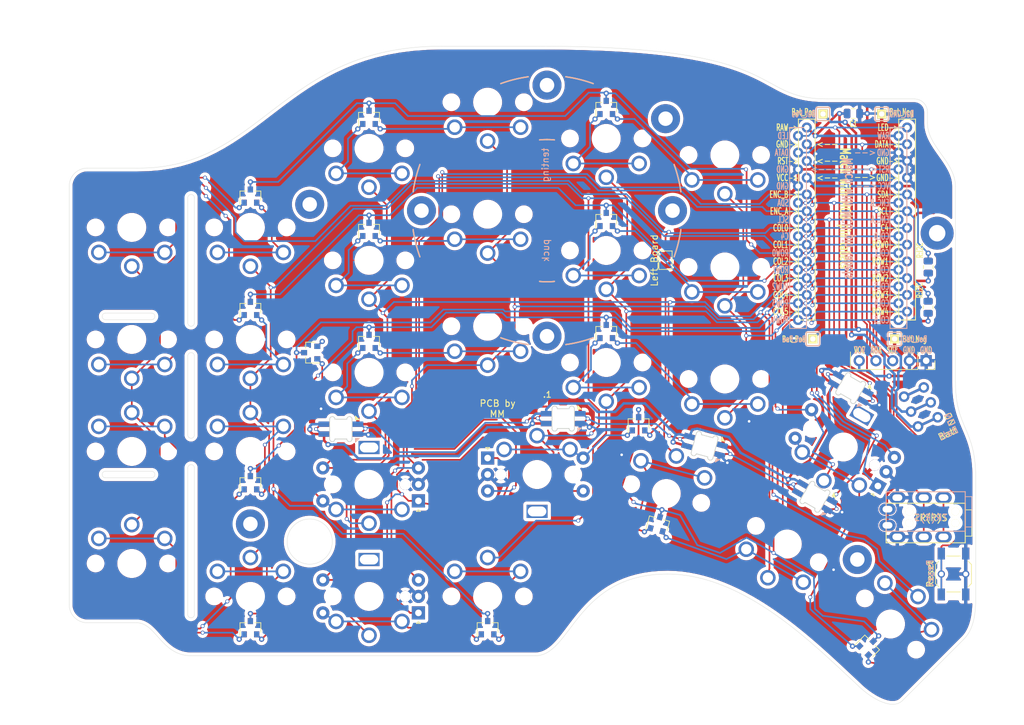
<source format=kicad_pcb>
(kicad_pcb (version 20211014) (generator pcbnew)
  (title_block (title "Hillside56 Keyboard") (date "2022-03-27") (rev "0.1.1") (company "mmccoyd") (comment 1 "The bottom row has a four-key arrow cluster and one encoder can be in any of four spots.") (comment 2 "A choc-spaced split keyboard with Ferris column stagger but more thumb and pinky keys."))
  (layers (0 "F.Cu" signal) (31 "B.Cu" signal) (36 "B.SilkS" user "B.Silkscreen") (37 "F.SilkS" user "F.Silkscreen") (38 "B.Mask" user) (39 "F.Mask" user) (44 "Edge.Cuts" user))
  (net 0 "")
  (net 1 "row0")
  (net 2 "col0")
  (net 3 "row1")
  (net 4 "row2")
  (net 5 "col1")
  (net 6 "col2")
  (net 7 "col3")
  (net 8 "row3")
  (net 9 "col4")
  (net 10 "col5")
  (net 11 "GND")
  (net 12 "reset")
  (net 13 "VCC")
  (net 14 "data")
  (net 15 "LED")
  (net 16 "Net-(D1-Pad2)")
  (net 17 "Net-(D2-Pad2)")
  (net 18 "Net-(D3-Pad2)")
  (net 19 "Net-(D4-Pad2)")
  (net 20 "unconnected-(D5-Pad2)")
  (net 21 "SDA")
  (net 22 "SCL")
  (net 23 "unconnected-(J2-PadR2)")
  (net 25 "enc_a")
  (net 26 "enc_b")
  (net 27 "Net-(D7-Pad1)")
  (net 28 "Net-(D7-Pad2)")
  (net 29 "Net-(D8-Pad1)")
  (net 30 "Net-(D8-Pad2)")
  (net 31 "Net-(D9-Pad1)")
  (net 32 "Net-(D9-Pad2)")
  (net 33 "Net-(D13-Pad2)")
  (net 34 "Net-(D13-Pad1)")
  (net 35 "Net-(D11-Pad2)")
  (net 36 "Net-(D11-Pad1)")
  (net 37 "Net-(D14-Pad2)")
  (net 38 "Net-(D14-Pad1)")
  (net 39 "Net-(D10-Pad2)")
  (net 40 "Net-(D10-Pad1)")
  (net 41 "Net-(D12-Pad2)")
  (net 42 "Net-(D12-Pad1)")
  (net 43 "Net-(D15-Pad2)")
  (net 44 "Net-(D15-Pad1)")
  (net 45 "Net-(D16-Pad1)")
  (net 46 "Net-(D16-Pad2)")
  (net 47 "Net-(D18-Pad1)")
  (net 49 "bat+")
  (net 50 "raw")
  (net 51 "VCC_ACC")
  (net 52 "unconnected-(U1-Pad7)")
  (net 53 "row4")
  (net 54 "Net-(D17-Pad1)")
  (net 55 "Net-(D19-Pad1)")
  (net 56 "Net-(D20-Pad1)")
  (net 57 "Net-(D20-Pad2)")
  (net 58 "Net-(D18-Pad2)")
  (net 59 "Net-(D21-Pad1)")
  (net 60 "Net-(D21-Pad2)")
  (net 61 "Net-(D19-Pad2)")
  (footprint "hillside_basic:SK6812-MINI-E" (layer "F.Cu") (at 182.928032 115.138406 -15)
    (fp_text reference "D3")
    (fp_text value "SK6812-MINI-E" hide)
    (fp_line (start -0.9 -1.5) (end 0.9 -1.5) (layer "Edge.Cuts") (width 0.12))
    (fp_line (start 1.7 -1.5) (end 1.7 1.5) (layer "Edge.Cuts") (width 0.12))
    (fp_line (start -1.7 1.5) (end -1.7 -1.5) (layer "Edge.Cuts") (width 0.12))
    (fp_line (start 0.9 1.5) (end -0.9 1.5) (layer "Edge.Cuts") (width 0.12))
    (fp_arc (start -0.9 1.5) (mid -1.3 1.9) (end -1.7 1.5) (layer "Edge.Cuts") (width 0.12))
    (fp_arc (start -1.7 -1.5) (mid -1.3 -1.9) (end -0.9 -1.5) (layer "Edge.Cuts") (width 0.12))
    (fp_arc (start 0.9 -1.5) (mid 1.3 -1.9) (end 1.7 -1.5) (layer "Edge.Cuts") (width 0.12))
    (fp_arc (start 1.7 1.5) (mid 1.3 1.9) (end 0.9 1.5) (layer "Edge.Cuts") (width 0.12))
  )
  (footprint "hillside_basic:SK6812-MINI-E" (layer "F.Cu") (at 127.73 112.61)
    (fp_text reference "D5")
    (fp_text value "SK6812-MINI-E" hide)
    (fp_line (start -1.7 1.5) (end -1.7 -1.5) (layer "Edge.Cuts") (width 0.12))
    (fp_line (start -0.9 -1.5) (end 0.9 -1.5) (layer "Edge.Cuts") (width 0.12))
    (fp_line (start 1.7 -1.5) (end 1.7 1.5) (layer "Edge.Cuts") (width 0.12))
    (fp_line (start 0.9 1.5) (end -0.9 1.5) (layer "Edge.Cuts") (width 0.12))
    (fp_arc (start -1.7 -1.5) (mid -1.3 -1.9) (end -0.9 -1.5) (layer "Edge.Cuts") (width 0.12))
    (fp_arc (start -0.9 1.5) (mid -1.3 1.9) (end -1.7 1.5) (layer "Edge.Cuts") (width 0.12))
    (fp_arc (start 0.9 -1.5) (mid 1.3 -1.9) (end 1.7 -1.5) (layer "Edge.Cuts") (width 0.12))
    (fp_arc (start 1.7 1.5) (mid 1.3 1.9) (end 0.9 1.5) (layer "Edge.Cuts") (width 0.12))
  )
  (footprint "hillside_basic:SK6812-MINI-E" (layer "F.Cu") (at 199.667163 122.878879 -30)
    (fp_text reference "D2")
    (fp_text value "SK6812-MINI-E" hide)
    (fp_line (start -0.9 -1.5) (end 0.9 -1.5) (layer "Edge.Cuts") (width 0.12))
    (fp_line (start -1.7 1.5) (end -1.7 -1.5) (layer "Edge.Cuts") (width 0.12))
    (fp_line (start 1.7 -1.5) (end 1.7 1.5) (layer "Edge.Cuts") (width 0.12))
    (fp_line (start 0.9 1.5) (end -0.9 1.5) (layer "Edge.Cuts") (width 0.12))
    (fp_arc (start 0.9 -1.5) (mid 1.3 -1.9) (end 1.7 -1.5) (layer "Edge.Cuts") (width 0.12))
    (fp_arc (start -1.7 -1.5) (mid -1.3 -1.9) (end -0.9 -1.5) (layer "Edge.Cuts") (width 0.12))
    (fp_arc (start -0.9 1.5) (mid -1.3 1.9) (end -1.7 1.5) (layer "Edge.Cuts") (width 0.12))
    (fp_arc (start 1.7 1.5) (mid 1.3 1.9) (end 0.9 1.5) (layer "Edge.Cuts") (width 0.12))
  )
  (footprint "hillside:MJ-4PP-9" (layer "F.Cu") (at 210.48 126.86 90)
    (fp_text reference "J2")
    (fp_text value "TRRS" hide)
  )
  (footprint "hillside:ProMicro_v2" (layer "F.Cu") (at 206 81.32)
    (fp_text reference "U1" hide)
    (fp_text value "ProMicro_r" hide)
  )
  (footprint "hillside:Tenting_Puck" (layer "F.Cu") (at 159.01 79.46)
    (fp_text reference "H1")
    (fp_text value "Mount_Tenting")
  )
  (footprint "hillside:pg1350-DR_rotary_hotswap" (layer "F.Cu") (at 132 116.5 180)
    (fp_text reference "K22" hide)
    (fp_text value "SW_Rotary")
  )
  (footprint "hillside_basic:VIA-0.8mm" (layer "F.Cu") (at 196.5 98.82)
    (fp_text reference "V2" hide)
    (fp_text value "Via" hide)
  )
  (footprint "hillside_basic:SOT-23" (layer "F.Cu") (at 114 77.25 90)
    (fp_text reference "D7" hide)
    (fp_text value "BAV70" hide)
  )
  (footprint "hillside_basic:SOT-23" (layer "F.Cu") (at 114 120.75 90)
    (fp_text reference "D13" hide)
    (fp_text value "BAV70" hide)
  )
  (footprint "hillside:pg1350-R_hotswap" (layer "F.Cu") (at 96 116)
    (fp_text reference "K13")
    (fp_text value "SW_Key" hide)
  )
  (footprint "hillside:pg1350-R_hotswap" (layer "F.Cu") (at 114 116)
    (fp_text reference "K14")
    (fp_text value "SW_Key" hide)
  )
  (footprint "hillside_basic:SOT-23" (layer "F.Cu") (at 132 65.3 90)
    (fp_text reference "D8" hide)
    (fp_text value "BAV70" hide)
  )
  (footprint "hillside_basic:SOT-23" (layer "F.Cu") (at 114 94.3 90)
    (fp_text reference "D10" hide)
    (fp_text value "BAV70" hide)
  )
  (footprint "hillside:pg1350-R_hotswap" (layer "F.Cu") (at 96 82 180)
    (fp_text reference "K1")
    (fp_text value "SW_Key" hide)
  )
  (footprint "hillside:pg1350-R_hotswap" (layer "F.Cu") (at 132 70 180)
    (fp_text reference "K3")
    (fp_text value "SW_Key" hide)
  )
  (footprint "hillside:pg1350-R_hotswap" (layer "F.Cu") (at 150 63 180)
    (fp_text reference "K4")
    (fp_text value "SW_Key" hide)
  )
  (footprint "hillside:pg1350-R_hotswap" (layer "F.Cu") (at 114 99 180)
    (fp_text reference "K8")
    (fp_text value "SW_Key" hide)
  )
  (footprint "hillside_basic:SOT-23" (layer "F.Cu") (at 132 82.3 90)
    (fp_text reference "D11" hide)
    (fp_text value "BAV70" hide)
  )
  (footprint "hillside:pg1350-R_hotswap" (layer "F.Cu") (at 132 87 180)
    (fp_text reference "K9")
    (fp_text value "SW_Key" hide)
  )
  (footprint "hillside:pg1350-R_hotswap" (layer "F.Cu") (at 150 80 180)
    (fp_text reference "K10")
    (fp_text value "SW_Key" hide)
  )
  (footprint "hillside:pg1350-R_hotswap" (layer "F.Cu") (at 132 104 180)
    (fp_text reference "K15")
    (fp_text value "SW_Key" hide)
  )
  (footprint "hillside:pg1350-R_hotswap" (layer "F.Cu") (at 150 97 180)
    (fp_text reference "K16")
    (fp_text value "SW_Key" hide)
  )
  (footprint "hillside_basic:SOT-23" (layer "F.Cu") (at 132 99.3 90)
    (fp_text reference "D14" hide)
    (fp_text value "BAV70" hide)
  )
  (footprint "hillside_basic:SOT-23" (layer "F.Cu") (at 168 63.8 90)
    (fp_text reference "D9" hide)
    (fp_text value "BAV70" hide)
  )
  (footprint "hillside_basic:SOT-23" (layer "F.Cu") (at 168 80.8 90)
    (fp_text reference "D12" hide)
    (fp_text value "BAV70" hide)
  )
  (footprint "hillside_basic:SOT-23" (layer "F.Cu") (at 168 97.8 90)
    (fp_text reference "D15" hide)
    (fp_text value "BAV70" hide)
  )
  (footprint "hillside:pg1350-R_hotswap" (layer "F.Cu") (at 168 68.5 180)
    (fp_text reference "K5")
    (fp_text value "SW_Key" hide)
  )
  (footprint "hillside:pg1350-R_hotswap" (layer "F.Cu") (at 186 71 180)
    (fp_text reference "K6")
    (fp_text value "SW_Key" hide)
  )
  (footprint "hillside:pg1350-R_hotswap" (layer "F.Cu") (at 168 85.5 180)
    (fp_text reference "K11")
    (fp_text value "SW_Key" hide)
  )
  (footprint "hillside:pg1350-R_hotswap" (layer "F.Cu") (at 186 88 180)
    (fp_text reference "K12")
    (fp_text value "SW_Key" hide)
  )
  (footprint "hillside:pg1350-R_hotswap" (layer "F.Cu") (at 168 102.5 180)
    (fp_text reference "K17")
    (fp_text value "SW_Key" hide)
  )
  (footprint "hillside:pg1350-R_hotswap" (layer "F.Cu") (at 186 105 180)
    (fp_text reference "K18")
    (fp_text value "SW_Key" hide)
  )
  (footprint "hillside:pg1350-DR_rotary_hotswap" (layer "F.Cu") (at 157.5 124)
    (fp_text reference "K25" hide)
    (fp_text value "SW_Rotary")
  )
  (footprint "hillside:pg1350-R_hotswap" (layer "F.Cu") (at 114 82 180)
    (fp_text reference "K2")
    (fp_text value "SW_Key" hide)
  )
  (footprint "hillside_basic:SOT-23" (layer "F.Cu") (at 175.893551 126.926517 75)
    (fp_text reference "D20" hide)
    (fp_text value "BAV70" hide)
  )
  (footprint "hillside:pg1350-R_hotswap" (layer "F.Cu") (at 195.478277 130.04992 150)
    (fp_text reference "K27")
    (fp_text value "SW_Key" hide)
  )
  (footprint "hillside_basic:SOT-23" (layer "F.Cu") (at 207.816946 145.51465 45)
    (fp_text reference "D21" hide)
    (fp_text value "BAV70" hide)
  )
  (footprint "hillside_basic:SOT-23" (layer "F.Cu") (at 172.91 111.8 90)
    (fp_text reference "D19" hide)
    (fp_text value "BAV70" hide)
  )
  (footprint "hillside:pg1350-DR_rotary_hotswap" (layer "F.Cu") (at 206.228277 111.430374 150)
    (fp_text reference "K19" hide)
    (fp_text value "SW_Rotary")
  )
  (footprint "hillside:pg1350-R_hotswap" (layer "F.Cu") (at 211.140348 142.191248 -45)
    (fp_text reference "K28")
    (fp_text value "SW_Key" hide)
  )
  (footprint "hillside_basic:SK6812-MINI-E" (layer "F.Cu") (at 161.468488 111.015922)
    (fp_text reference "D4")
    (fp_text value "SK6812-MINI-E" hide)
    (fp_line (start 1.7 -1.5) (end 1.7 1.5) (layer "Edge.Cuts") (width 0.12))
    (fp_line (start 0.9 1.5) (end -0.9 1.5) (layer "Edge.Cuts") (width 0.12))
    (fp_line (start -0.9 -1.5) (end 0.9 -1.5) (layer "Edge.Cuts") (width 0.12))
    (fp_line (start -1.7 1.5) (end -1.7 -1.5) (layer "Edge.Cuts") (width 0.12))
    (fp_arc (start 0.9 -1.5) (mid 1.3 -1.9) (end 1.7 -1.5) (layer "Edge.Cuts") (width 0.12))
    (fp_arc (start -0.9 1.5) (mid -1.3 1.9) (end -1.7 1.5) (layer "Edge.Cuts") (width 0.12))
    (fp_arc (start 1.7 1.5) (mid 1.3 1.9) (end 0.9 1.5) (layer "Edge.Cuts") (width 0.12))
    (fp_arc (start -1.7 -1.5) (mid -1.3 -1.9) (end -0.9 -1.5) (layer "Edge.Cuts") (width 0.12))
  )
  (footprint "hillside_basic:SK6812-MINI-E" (layer "F.Cu") (at 205.101456 106.392398 -30)
    (fp_text reference "D1")
    (fp_text value "SK6812-MINI-E" hide)
    (fp_line (start 1.7 -1.5) (end 1.7 1.5) (layer "Edge.Cuts") (width 0.12))
    (fp_line (start -0.9 -1.5) (end 0.9 -1.5) (layer "Edge.Cuts") (width 0.12))
    (fp_line (start 0.9 1.5) (end -0.9 1.5) (layer "Edge.Cuts") (width 0.12))
    (fp_line (start -1.7 1.5) (end -1.7 -1.5) (layer "Edge.Cuts") (width 0.12))
    (fp_arc (start -0.9 1.5) (mid -1.3 1.9) (end -1.7 1.5) (layer "Edge.Cuts") (width 0.12))
    (fp_arc (start -1.7 -1.5) (mid -1.3 -1.9) (end -0.9 -1.5) (layer "Edge.Cuts") (width 0.12))
    (fp_arc (start 0.9 -1.5) (mid 1.3 -1.9) (end 1.7 -1.5) (layer "Edge.Cuts") (width 0.12))
    (fp_arc (start 1.7 1.5) (mid 1.3 1.9) (end 0.9 1.5) (layer "Edge.Cuts") (width 0.12))
  )
  (footprint "hillside_basic:1pin_conn" (layer "F.Cu") (at 209.8 64.79)
    (fp_text reference "J4")
    (fp_text value "Bat_Neg")
  )
  (footprint "Jumper:SolderJumper-2_P1.3mm_Bridged_RoundedPad1.0x1.5mm" (layer "F.Cu") (at 218.23 77.78 -90)
    (fp_text reference "JP1")
    (fp_text value "VccJumper")
  )
  (footprint "hillside_basic:R_0805_2012Metric" (layer "F.Cu") (at 216.87 88.02 90)
    (fp_text reference "R2")
    (fp_text value "R:I2C")
  )
  (footprint "hillside:Pimoroni_Haptic" (layer "F.Cu") (at 211.47 91.1275)
    (fp_text reference "J1" hide)
    (fp_text value "Haptic" hide)
  )
  (footprint "hillside_basic:VIA-0.8mm" (layer "F.Cu") (at 124.72 109.52 90)
    (fp_text reference "V3" hide)
    (fp_text value "Via" hide)
  )
  (footprint "hillside_basic:VIA-0.8mm" (layer "F.Cu") (at 202.5 133.95)
    (fp_text reference "V4" hide)
    (fp_text value "Via" hide)
  )
  (footprint "hillside_basic:VIA-0.8mm" (layer "F.Cu") (at 170.34 116.51)
    (fp_text reference "V5" hide)
    (fp_text value "Via" hide)
  )
  (footprint "hillside_basic:C_0805_2012Metric" (layer "F.Cu") (at 205.5 64.72)
    (fp_text reference "C1")
    (fp_text value "4u7")
  )
  (footprint "hillside_basic:SW_SPST_SKQG_WithStem" (layer "F.Cu") (at 220.7 134.6 90)
    (fp_text reference "SW1")
    (fp_text value "Reset")
  )
  (footprint "hillside:pg1350-R_hotswap" (layer "F.Cu") (at 96 99 180)
    (fp_text reference "K7")
    (fp_text value "SW_Key" hide)
  )
  (footprint "hillside_basic:SW_SPDT_JS202011AQN" (layer "F.Cu") (at 215.75 109.25 -65)
    (fp_text reference "SW2")
    (fp_text value "SW_Power" hide)
  )
  (footprint "hillside:Hillside_Logo" (layer "F.Cu") (at 145.11 118.87)
    (fp_text reference "H3")
    (fp_text value "Logo")
  )
  (footprint "hillside:MountingHole_2.2mm_with_PCB_insert_rings" (layer "F.Cu") (at 123 78.5)
    (fp_text reference "H4" hide)
    (fp_text value "MountHole" hide)
  )
  (footprint "hillside:MountingHole_2.2mm_with_PCB_insert_rings" (layer "F.Cu") (at 114 127)
    (fp_text reference "H5" hide)
    (fp_text value "MountHole" hide)
  )
  (footprint "hillside:MountingHole_2.2mm_with_PCB_insert_rings" (layer "F.Cu") (at 206.1 132.4)
    (fp_text reference "H6" hide)
    (fp_text value "MountHole" hide)
  )
  (footprint "hillside:MountingHole_2.2mm_with_PCB_insert_rings" (layer "F.Cu") (at 177 65.5)
    (fp_text reference "H7" hide)
    (fp_text value "MountHole" hide)
  )
  (footprint "hillside_basic:R_0805_2012Metric" (layer "F.Cu") (at 216.845 94.12 90)
    (fp_text reference "R1")
    (fp_text value "R:I2C")
  )
  (footprint "hillside_basic:1pin_conn" (layer "F.Cu") (at 200.9 64.79)
    (fp_text reference "J3")
    (fp_text value "Bat_Pos")
  )
  (footprint "hillside:Bumpon" (layer "F.Cu") (at 92.4 77.3)
    (fp_text reference "H10" hide)
    (fp_text value "Bumpon")
  )
  (footprint "hillside_basic:1pin_conn" (layer "F.Cu") (at 199.35 98.92)
    (fp_text reference "J5")
    (fp_text value "Bat_Pos")
  )
  (footprint "hillside:Bumpon" (layer "F.Cu") (at 139.8 60.8)
    (fp_text reference "H14" hide)
    (fp_text value "Bumpon")
  )
  (footprint "hillside:Bumpon" (layer "F.Cu") (at 160.2 135.7)
    (fp_text reference "H8" hide)
    (fp_text value "Bumpon")
  )
  (footprint "hillside:Bumpon" (layer "F.Cu") (at 210.35 148.1)
    (fp_text reference "H16" hide)
    (fp_text value "Bumpon")
  )
  (footprint "hillside:Bumpon" (layer "F.Cu") (at 205.5 71)
    (fp_text reference "H21" hide)
    (fp_text value "Bumpon")
  )
  (footprint "Jumper:SolderJumper-2_P1.3mm_Open_TrianglePad1.0x1.5mm" (layer "F.Cu") (at 177 86.975 -90)
    (fp_text reference "JP2")
    (fp_text value "Left_Board")
  )
  (footprint "hillside:Bumpon" (layer "F.Cu") (at 205.5 95.6)
    (fp_text reference "H22" hide)
    (fp_text value "Bumpon")
  )
  (footprint "hillside_basic:1pin_conn" (layer "F.Cu") (at 211.76 98.92 180)
    (fp_text reference "J6")
    (fp_text value "Bat_Neg")
  )
  (footprint "hillside:Bumpon" (layer "F.Cu") (at 103.35 137.8)
    (fp_text reference "H2" hide)
    (fp_text value "Bumpon")
  )
  (footprint "hillside:Bumpon" (layer "F.Cu") (at 218.9 134.1)
    (fp_text reference "H18" hide)
    (fp_text value "Bumpon")
  )
  (footprint "hillside_basic:SOT-23" (layer "F.Cu") (at 114 142.75 90)
    (fp_text reference "D16" hide)
    (fp_text value "BAV70" hide)
  )
  (footprint "hillside_basic:SOT-23" (layer "F.Cu") (at 150 142.75 90)
    (fp_text reference "D18" hide)
    (fp_text value "BAV70" hide)
  )
  (footprint "hillside:Bumpon" (layer "F.Cu") (at 91.9 91.1)
    (fp_text reference "H13" hide)
    (fp_text value "Bumpon")
  )
  (footprint "hillside:pg1350-R_hotswap" (layer "F.Cu") (at 114 138)
    (fp_text reference "K21")
    (fp_text value "SW_Key" hide)
  )
  (footprint "hillside:Bumpon" (layer "F.Cu") (at 92.5 137.7)
    (fp_text reference "H17" hide)
    (fp_text value "Bumpon")
  )
  (footprint "hillside:Bumpon" (layer "F.Cu") (at 202.25 139.25)
    (fp_text reference "H19" hide)
    (fp_text value "Bumpon")
  )
  (footprint "hillside:Bumpon" (layer "F.Cu") (at 104.45 141)
    (fp_text reference "H11" hide)
    (fp_text value "Bumpon")
  )
  (footprint "hillside:pg1350-R_hotswap" (layer "F.Cu") (at 150 138)
    (fp_text reference "K24")
    (fp_text value "SW_Key" hide)
  )
  (footprint "hillside:Bumpon" (layer "F.Cu") (at 92.95 122.7)
    (fp_text reference "H12" hide)
    (fp_text value "Bumpon")
  )
  (footprint "hillside:pg1350-R_hotswap" (layer "F.Cu") (at 177.110001 122.386666 -15)
    (fp_text reference "K26")
    (fp_text value "SW_Key" hide)
  )
  (footprint "hillside:Bumpon" (layer "F.Cu") (at 92.55 91.8)
    (fp_text reference "H9" hide)
    (fp_text value "Bumpon")
  )
  (footprint "hillside:Bumpon" (layer "F.Cu") (at 105 78.2)
    (fp_text reference "H15" hide)
    (fp_text value "Bumpon")
  )
  (footprint "hillside:pg1350-R_hotswap" (layer "F.Cu") (at 96 133)
    (fp_text reference "K20")
    (fp_text value "SW_Key" hide)
  )
  (footprint "hillside_basic:SOT-23" (layer "F.Cu") (at 123.15 101 180)
    (fp_text reference "D17" hide)
    (fp_text value "BAV70" hide)
  )
  (footprint "hillside_basic:VIA-0.8mm" (layer "F.Cu") (at 189.68 111.43)
    (fp_text reference "V1" hide)
    (fp_text value "Via" hide)
  )
  (footprint "hillside:pg1350-DR_rotary_hotswap" (layer "F.Cu") (at 132 133.5 180)
    (fp_text reference "K23" hide)
    (fp_text value "SW_Rotary")
  )
  (footprint "hillside:Bumpon" (layer "F.Cu") (at 166.3 60.8)
    (fp_text reference "H20" hide)
    (fp_text value "Bumpon")
  )
  (gr_line (start 157.75 54.5) (end 143.01 54.5) (layer "Edge.Cuts") (width 0.05))
  (gr_line (start 222.226474 144.533863) (end 212.945238 153.817984) (layer "Edge.Cuts") (width 0.05))
  (gr_line (start 86.5 75.75) (end 86.5 139.25) (layer "Edge.Cuts") (width 0.05))
  (gr_arc (start 214.75 62.5) (mid 216.164214 63.085786) (end 216.75 64.5) (layer "Edge.Cuts") (width 0.05))
  (gr_line (start 224.075326 138.290747) (end 224.075326 119.966984) (layer "Edge.Cuts") (width 0.05))
  (gr_arc (start 104.5 101.5) (mid 105 101) (end 105.5 101.5) (layer "Edge.Cuts") (width 0.05))
  (gr_line (start 105.5 101.5) (end 105.5 113.5) (layer "Edge.Cuts") (width 0.05))
  (gr_line (start 221 105.51) (end 221 75.795534) (layer "Edge.Cuts") (width 0.05))
  (gr_line (start 104.5 96.5) (end 104.5 77.5) (layer "Edge.Cuts") (width 0.05))
  (gr_curve (pts (xy 201.55 62.5) (xy 189.65 62.5) (xy 196.55 54.5) (xy 157.75 54.5)) (layer "Edge.Cuts") (width 0.05))
  (gr_arc (start 99.01 95) (mid 99.51 95.5) (end 99.01 96) (layer "Edge.Cuts") (width 0.05))
  (gr_curve (pts (xy 143.01 54.5) (xy 118.5 54.5) (xy 115.9 73.2) (xy 96.8 73)) (layer "Edge.Cuts") (width 0.05))
  (gr_line (start 92 119) (end 99.01 119) (layer "Edge.Cuts") (width 0.05))
  (gr_line (start 105.5 77.5) (end 105.5 96.5) (layer "Edge.Cuts") (width 0.05))
  (gr_curve (pts (xy 222.226474 144.533863) (xy 223.92 142.91) (xy 224.07 140.14) (xy 224.075326 138.290747)) (layer "Edge.Cuts") (width 0.05))
  (gr_line (start 96.8 73) (end 89.25 73) (layer "Edge.Cuts") (width 0.05))
  (gr_curve (pts (xy 206.265 151.58) (xy 199.41 145.21) (xy 189.05 134.7) (xy 177.35 134.6)) (layer "Edge.Cuts") (width 0.05))
  (gr_curve (pts (xy 221 75.795534) (xy 221 72.05) (xy 216.75 69.75) (xy 216.75 66.16)) (layer "Edge.Cuts") (width 0.05))
  (gr_arc (start 104.5 77.5) (mid 105 77) (end 105.5 77.5) (layer "Edge.Cuts") (width 0.05))
  (gr_line (start 92 95) (end 99.01 95) (layer "Edge.Cuts") (width 0.05))
  (gr_line (start 96.75 142) (end 89.25 142) (layer "Edge.Cuts") (width 0.05))
  (gr_line (start 99.01 120) (end 92 120) (layer "Edge.Cuts") (width 0.05))
  (gr_line (start 104.5 140.75) (end 104.5 118.5) (layer "Edge.Cuts") (width 0.05))
  (gr_line (start 216.75 64.5) (end 216.75 66.16) (layer "Edge.Cuts") (width 0.05))
  (gr_curve (pts (xy 177.35 134.6) (xy 163.35 134.6) (xy 162.75 147) (xy 157.25 147)) (layer "Edge.Cuts") (width 0.05))
  (gr_arc (start 89.25 142) (mid 87.305453 141.194547) (end 86.5 139.25) (layer "Edge.Cuts") (width 0.05))
  (gr_curve (pts (xy 224.075326 119.966984) (xy 224.075326 112.5) (xy 221 112.5) (xy 221 105.51)) (layer "Edge.Cuts") (width 0.05))
  (gr_curve (pts (xy 96.75 142) (xy 99.7 142) (xy 100.5 147) (xy 105 147)) (layer "Edge.Cuts") (width 0.05))
  (gr_arc (start 105.5 140.75) (mid 105 141.25) (end 104.5 140.75) (layer "Edge.Cuts") (width 0.05))
  (gr_line (start 104.5 113.5) (end 104.5 101.5) (layer "Edge.Cuts") (width 0.05))
  (gr_arc (start 99.01 119) (mid 99.51 119.5) (end 99.01 120) (layer "Edge.Cuts") (width 0.05))
  (gr_line (start 105.5 118.5) (end 105.5 140.75) (layer "Edge.Cuts") (width 0.05))
  (gr_line (start 125.675 147) (end 105 147) (layer "Edge.Cuts") (width 0.05))
  (gr_arc (start 92 120) (mid 91.5 119.5) (end 92 119) (layer "Edge.Cuts") (width 0.05))
  (gr_circle (center 123 129.679) (end 126.429 129.679) (layer "Edge.Cuts") (width 0.05) (fill none))
  (gr_arc (start 92 96) (mid 91.5 95.5) (end 92 95) (layer "Edge.Cuts") (width 0.05))
  (gr_line (start 138.625 147) (end 125.675 147) (layer "Edge.Cuts") (width 0.05))
  (gr_arc (start 104.5 118.5) (mid 105 118) (end 105.5 118.5) (layer "Edge.Cuts") (width 0.05))
  (gr_line (start 214.75 62.5) (end 201.55 62.5) (layer "Edge.Cuts") (width 0.05))
  (gr_line (start 99.01 96) (end 92 96) (layer "Edge.Cuts") (width 0.05))
  (gr_arc (start 105.5 96.5) (mid 105 97) (end 104.5 96.5) (layer "Edge.Cuts") (width 0.05))
  (gr_line (start 157.25 147) (end 138.625 147) (layer "Edge.Cuts") (width 0.05))
  (gr_arc (start 105.5 113.5) (mid 105 114) (end 104.5 113.5) (layer "Edge.Cuts") (width 0.05))
  (gr_curve (pts (xy 212.945238 153.817984) (xy 211.22 155.48) (xy 207.69 153.02) (xy 206.265 151.58)) (layer "Edge.Cuts") (width 0.05))
  (gr_arc (start 86.5 75.75) (mid 87.305453 73.805453) (end 89.25 73) (layer "Edge.Cuts") (width 0.05))
  (gr_text "Hillside56 0.1" (at 150 106.9) (layer "F.Cu") (effects (font (size 1.8 1.6) (thickness 0.24))))
  (gr_text ".1" (at 158.31 107.37) (layer "F.SilkS") (effects (font (size 0.9 0.9) (thickness 0.153)) (justify left)))
  (gr_text "PCB by\n  MM" (at 148.7 109.51) (layer "F.SilkS") (effects (font (size 1 1) (thickness 0.153)) (justify left)))
  (segment (start 189.2 73.2) (end 189.3 73.3) (width 0.254) (layer "F.Cu") (net 1))
  (segment (start 189.99 84.59) (end 190 84.59) (width 0.254) (layer "F.Cu") (net 1))
  (segment (start 198.29532 85.908412) (end 198.278908 85.892) (width 0.254) (layer "F.Cu") (net 1))
  (segment (start 198.278908 85.892) (end 197.11 85.892) (width 0.254) (layer "F.Cu") (net 1))
  (segment (start 189.3 83.9) (end 189.99 84.59) (width 0.254) (layer "F.Cu") (net 1))
  (segment (start 189.3 73.3) (end 189.3 83.9) (width 0.254) (layer "F.Cu") (net 1))
  (via (at 189.2 73.2) (size 0.6) (drill 0.4) (layers "F.Cu" "B.Cu") (net 1))
  (via (at 190 84.59) (size 0.6) (drill 0.4) (layers "F.Cu" "B.Cu") (net 1))
  (via (at 198.29532 85.908412) (size 0.6) (drill 0.4) (layers "F.Cu" "B.Cu") (net 1))
  (segment (start 189.2 73.2) (end 189.1 73.1) (width 0.254) (layer "B.Cu") (net 1))
  (segment (start 114 75.1) (end 118.21 75.1) (width 0.254) (layer "B.Cu") (net 1))
  (segment (start 169.37 61.65) (end 168 61.65) (width 0.254) (layer "B.Cu") (net 1))
  (segment (start 190 84.59) (end 191.302 85.892) (width 0.254) (layer "B.Cu") (net 1))
  (segment (start 168 61.65) (end 167.9 61.55) (width 0.254) (layer "B.Cu") (net 1))
  (segment (start 191.302 85.892) (end 197.11 85.892) (width 0.254) (layer "B.Cu") (net 1))
  (segment (start 198.689376 85.908412) (end 199.975788 84.622) (width 0.254) (layer "B.Cu") (net 1))
  (segment (start 198.29532 85.908412) (end 198.689376 85.908412) (width 0.254) (layer "B.Cu") (net 1))
  (segment (start 180.82 73.1) (end 169.37 61.65) (width 0.254) (layer "B.Cu") (net 1))
  (segment (start 137.91 65.1) (end 135.96 63.15) (width 0.254) (layer "B.Cu") (net 1))
  (segment (start 199.975788 84.622) (end 213.6564 84.622) (width 0.254) (layer "B.Cu") (net 1))
  (segment (start 161.77 65.1) (end 137.91 65.1) (width 0.254) (layer "B.Cu") (net 1))
  (segment (start 118.21 75.1) (end 130.16 63.15) (width 0.254) (layer "B.Cu") (net 1))
  (segment (start 135.96 63.15) (end 132 63.15) (width 0.254) (layer "B.Cu") (net 1))
  (segment (start 189.1 73.1) (end 180.82 73.1) (width 0.254) (layer "B.Cu") (net 1))
  (segment (start 165.32 61.55) (end 161.77 65.1) (width 0.254) (layer "B.Cu") (net 1))
  (segment (start 130.16 63.15) (end 132 63.15) (width 0.254) (layer "B.Cu") (net 1))
  (segment (start 167.9 61.55) (end 165.32 61.55) (width 0.254) (layer "B.Cu") (net 1))
  (segment (start 103.25 85.75) (end 103.25 75.75) (width 0.254) (layer "F.Cu") (net 2))
  (segment (start 103.785687 75.035687) (end 103.821374 75) (width 0.254) (layer "F.Cu") (net 2))
  (segment (start 199.271264 82.916864) (end 198.4364 82.082) (width 0.254) (layer "F.Cu") (net 2))
  (segment (start 177.4965 82.6835) (end 177.5 82.6835) (width 0.254) (layer "F.Cu") (net 2))
  (segment (start 100.25 122.85) (end 96 127.1) (width 0.254) (layer "F.Cu") (net 2))
  (segment (start 96 110.1) (end 96 104.9) (width 0.254) (layer "F.Cu") (net 2))
  (segment (start 177 86.25) (end 177 83.18) (width 0.254) (layer "F.Cu") (net 2))
  (segment (start 100.273479 100.626521) (end 100.273479 92.173479) (width 0.254) (layer "F.Cu") (net 2))
  (segment (start 103.25 75.571374) (end 103.785687 75.035687) (width 0.254) (layer "F.Cu") (net 2))
  (segment (start 96 110.1) (end 100.25 114.35) (width 0.254) (layer "F.Cu") (net 2))
  (segment (start 96 104.9) (end 100.273479 100.626521) (width 0.254) (layer "F.Cu") (net 2))
  (segment (start 98.55 90.45) (end 103.25 85.75) (width 0.254) (layer "F.Cu") (net 2))
  (segment (start 98.55 90.45) (end 96 87.9) (width 0.254) (layer "F.Cu") (net 2))
  (segment (start 100.25 114.35) (end 100.25 122.85) (width 0.254) (layer "F.Cu") (net 2))
  (segment (start 103.821374 75) (end 106.25 75) (width 0.254) (layer "F.Cu") (net 2))
  (segment (start 100.273479 92.173479) (end 98.55 90.45) (width 0.254) (layer "F.Cu") (net 2))
  (segment (start 177 83.18) (end 177.4965 82.6835) (width 0.254) (layer "F.Cu") (net 2))
  (segment (start 106.25 75) (end 107.25 76) (width 0.254) (layer "F.Cu") (net 2))
  (segment (start 103.25 75.75) (end 103.25 75.571374) (width 0.254) (layer "F.Cu") (net 2))
  (segment (start 199.271264 83.67253) (end 199.271264 82.916864) (width 0.254) (layer "F.Cu") (net 2))
  (via (at 177.5 82.6835) (size 0.6) (drill 0.4) (layers "F.Cu" "B.Cu") (net 2))
  (via (at 199.271264 83.67253) (size 0.6) (drill 0.4) (layers "F.Cu" "B.Cu") (net 2))
  (via (at 107.25 76) (size 0.6) (drill 0.4) (layers "F.Cu" "B.Cu") (net 2))
  (segment (start 107.25 76) (end 111.75 80.5) (width 0.254) (layer "B.Cu") (net 2))
  (segment (start 134.57 78.72) (end 138.35 74.94) (width 0.254) (layer "B.Cu") (net 2))
  (segment (start 123.853479 84.076521) (end 124.09 83.84) (width 0.254) (layer "B.Cu") (net 2))
  (segment (start 171.051374 76.95) (end 176.784874 82.6835) (width 0.254) (layer "B.Cu") (net 2))
  (segment (start 111.75 80.5) (end 111.75 82.75) (width 0.254) (layer "B.Cu") (net 2))
  (segment (start 199.271264 83.67253) (end 199.591794 83.352) (width 0.254) (layer "B.Cu") (net 2))
  (segment (start 164.32 76.95) (end 171.051374 76.95) (width 0.254) (layer "B.Cu") (net 2))
  (segment (start 129.21 78.72) (end 134.57 78.72) (width 0.254) (layer "B.Cu") (net 2))
  (segment (start 138.35 74.94) (end 162.31 74.94) (width 0.254) (layer "B.Cu") (net 2))
  (segment (start 113.076521 84.076521) (end 123.853479 84.076521) (width 0.254) (layer "B.Cu") (net 2))
  (segment (start 192.918 82.082) (end 198.4364 82.082) (width 0.254) (layer "B.Cu") (net 2))
  (segment (start 124.09 83.84) (end 129.21 78.72) (width 0.254) (layer "B.Cu") (net 2))
  (segment (start 192.14352 82.85648) (end 192.918 82.082) (width 0.254) (layer "B.Cu") (net 2))
  (segment (start 162.31 74.94) (end 164.32 76.95) (width 0.254) (layer "B.Cu") (net 2))
  (segment (start 111.75 82.75) (end 113.076521 84.076521) (width 0.254) (layer "B.Cu") (net 2))
  (segment (start 176.784874 82.6835) (end 177.5 82.6835) (width 0.254) (layer "B.Cu") (net 2))
  (segment (start 177.67298 82.85648) (end 192.14352 82.85648) (width 0.254) (layer "B.Cu") (net 2))
  (segment (start 177.5 82.6835) (end 177.67298 82.85648) (width 0.254) (layer "B.Cu") (net 2))
  (segment (start 199.591794 83.352) (end 212.35 83.352) (width 0.254) (layer "B.Cu") (net 2))
  (segment (start 197.11 88.432) (end 198.283855 88.432) (width 0.254) (layer "F.Cu") (net 3))
  (segment (start 198.283855 88.432) (end 198.299773 88.447918) (width 0.254) (layer "F.Cu") (net 3))
  (segment (start 193.668 88.432) (end 197.11 88.432) (width 0.254) (layer "F.Cu") (net 3))
  (segment (start 192 90.1) (end 193.668 88.432) (width 0.254) (layer "F.Cu") (net 3))
  (via (at 192 90.1) (size 0.6) (drill 0.4) (layers "F.Cu" "B.Cu") (net 3))
  (via (at 198.299773 88.447918) (size 0.6) (drill 0.4) (layers "F.Cu" "B.Cu") (net 3))
  (segment (start 169.1 78.65) (end 168 78.65) (width 0.254) (layer "B.Cu") (net 3))
  (segment (start 198.68987 88.447918) (end 199.975788 87.162) (width 0.254) (layer "B.Cu") (net 3))
  (segment (start 118.48 92.15) (end 114 92.15) (width 0.254) (layer "B.Cu") (net 3))
  (segment (start 168 78.65) (end 167.99 78.64) (width 0.254) (layer "B.Cu") (net 3))
  (segment (start 167.99 78.64) (end 163.353796 78.64) (width 0.254) (layer "B.Cu") (net 3))
  (segment (start 132 80.15) (end 130.48 80.15) (width 0.254) (layer "B.Cu") (net 3))
  (segment (start 192 90.1) (end 180.55 90.1) (width 0.254) (layer "B.Cu") (net 3))
  (segment (start 163.353796 78.64) (end 160.713796 76) (width 0.254) (layer "B.Cu") (net 3))
  (segment (start 135.17 80.15) (end 132 80.15) (width 0.254) (layer "B.Cu") (net 3))
  (segment (start 130.48 80.15) (end 118.48 92.15) (width 0.254) (layer "B.Cu") (net 3))
  (segment (start 139.32 76) (end 135.17 80.15) (width 0.254) (layer "B.Cu") (net 3))
  (segment (start 198.299773 88.447918) (end 198.68987 88.447918) (width 0.254) (layer "B.Cu") (net 3))
  (segment (start 160.713796 76) (end 139.32 76) (width 0.254) (layer "B.Cu") (net 3))
  (segment (start 180.55 90.1) (end 169.1 78.65) (width 0.254) (layer "B.Cu") (net 3))
  (segment (start 199.975788 87.162) (end 213.6564 87.162) (width 0.254) (layer "B.Cu") (net 3))
  (segment (start 120.75 108) (end 120.75 112.65) (width 0.254) (layer "F.Cu") (net 4))
  (segment (start 194.25 95.25) (end 194.25 92.47) (width 0.254) (layer "F.Cu") (net 4))
  (segment (start 124.25 104.5) (end 120.75 108) (width 0.254) (layer "F.Cu") (net 4))
  (segment (start 198.25 90.99) (end 198.232 90.972) (width 0.254) (layer "F.Cu") (net 4))
  (segment (start 194.25 92.47) (end 195.748 90.972) (width 0.254) (layer "F.Cu") (net 4))
  (segment (start 118.4 115.019989) (end 118.299989 115.12) (width 0.254) (layer "F.Cu") (net 4))
  (segment (start 118.4 115) (end 118.4 115.019989) (width 0.254) (layer "F.Cu") (net 4))
  (segment (start 198.232 90.972) (end 197.11 90.972) (width 0.254) (layer "F.Cu") (net 4))
  (segment (start 120.75 112.65) (end 118.4 115) (width 0.254) (layer "F.Cu") (net 4))
  (segment (start 195.748 90.972) (end 197.11 90.972) (width 0.254) (layer "F.Cu") (net 4))
  (via (at 124.25 104.5) (size 0.6) (drill 0.4) (layers "F.Cu" "B.Cu") (net 4))
  (via (at 198.25 90.99) (size 0.6) (drill 0.4) (layers "F.Cu" "B.Cu") (net 4))
  (via (at 118.299989 115.12) (size 0.6) (drill 0.4) (layers "F.Cu" "B.Cu") (net 4))
  (via (at 194.25 95.25) (size 0.6) (drill 0.4) (layers "F.Cu" "B.Cu") (net 4))
  (segment (start 130.1 97.15) (end 132 97.15) (width 0.254) (layer "B.Cu") (net 4))
  (segment (start 118.299989 115.12) (end 114.819989 118.6) (width 0.254) (layer "B.Cu") (net 4))
  (segment (start 199.975788 89.702) (end 213.6564 89.702) (width 0.254) (layer "B.Cu") (net 4))
  (segment (start 194.25 95.25) (end 194.25 95.5) (width 0.254) (layer "B.Cu") (net 4))
  (segment (start 132 97.15) (end 141.46 97.15) (width 0.254) (layer "B.Cu") (net 4))
  (segment (start 152.173479 94.923479) (end 152.9 95.65) (width 0.254) (layer "B.Cu") (net 4))
  (segment (start 152.9 95.65) (end 168 95.65) (width 0.254) (layer "B.Cu") (net 4))
  (segment (start 114.819989 118.6) (end 114 118.6) (width 0.254) (layer "B.Cu") (net 4))
  (segment (start 198.687788 90.99) (end 199.975788 89.702) (width 0.254) (layer "B.Cu") (net 4))
  (segment (start 143.686521 94.923479) (end 152.173479 94.923479) (width 0.254) (layer "B.Cu") (net 4))
  (segment (start 192 97.75) (end 171.52 97.75) (width 0.254) (layer "B.Cu") (net 4))
  (segment (start 194.25 95.5) (end 192 97.75) (width 0.254) (layer "B.Cu") (net 4))
  (segment (start 129.5 99.25) (end 129.5 97.75) (width 0.254) (layer "B.Cu") (net 4))
  (segment (start 124.25 104.5) (end 129.5 99.25) (width 0.254) (layer "B.Cu") (net 4))
  (segment (start 171.52 97.75) (end 169.43 95.66) (width 0.254) (layer "B.Cu") (net 4))
  (segment (start 169.43 95.66) (end 168.01 95.66) (width 0.254) (layer "B.Cu") (net 4))
  (segment (start 198.25 90.99) (end 198.687788 90.99) (width 0.254) (layer "B.Cu") (net 4))
  (segment (start 168.01 95.66) (end 168 95.65) (width 0.254) (layer "B.Cu") (net 4))
  (segment (start 141.46 97.15) (end 143.686521 94.923479) (width 0.254) (layer "B.Cu") (net 4))
  (segment (start 129.5 97.75) (end 130.1 97.15) (width 0.254) (layer "B.Cu") (net 4))
  (segment (start 117.08 101.82) (end 114 104.9) (width 0.254) (layer "F.Cu") (net 5))
  (segment (start 117.08 92.99) (end 117.08 91.05) (width 0.254) (layer "F.Cu") (net 5))
  (segment (start 162.75 122) (end 160 119.25) (width 0.254) (layer "F.Cu") (net 5))
  (segment (start 199.293388 86.190406) (end 199.293388 85.478988) (width 0.254) (layer "F.Cu") (net 5))
  (segment (start 117.08 93.01) (end 117.08 101.82) (width 0.254) (layer "F.Cu") (net 5))
  (segment (start 165.75 113.25) (end 166.9 112.1) (width 0.254) (layer "F.Cu") (net 5))
  (segment (start 117.08 90.98) (end 114 87.9) (width 0.254) (layer "F.Cu") (net 5))
  (segment (start 114 110.1) (end 114 104.9) (width 0.254) (layer "F.Cu") (net 5))
  (segment (start 117.07 93) (end 117.08 93.01) (width 0.254) (layer "F.Cu") (net 5))
  (segment (start 117.08 91.1265) (end 117.08 90.98) (width 0.254) (layer "F.Cu") (net 5))
  (segment (start 117.07 93) (end 117.08 92.99) (width 0.254) (layer "F.Cu") (net 5))
  (segment (start 164.5 122) (end 162.75 122) (width 0.254) (layer "F.Cu") (net 5))
  (segment (start 116.84 112.94) (end 116.84 129.26) (width 0.254) (layer "F.Cu") (net 5))
  (segment (start 165.3 108.1) (end 165.3 77.5765) (width 0.254) (layer "F.Cu") (net 5))
  (segment (start 199.293388 85.478988) (end 198.4364 84.622) (width 0.254) (layer "F.Cu") (net 5))
  (segment (start 116.84 129.26) (end 114 132.1) (width 0.254) (layer "F.Cu") (net 5))
  (segment (start 160 116.1) (end 157.5 113.6) (width 0.254) (layer "F.Cu") (net 5))
  (segment (start 114 110.1) (end 116.84 112.94) (width 0.254) (layer "F.Cu") (net 5))
  (segment (start 166.9 109.7) (end 165.3 108.1) (width 0.254) (layer "F.Cu") (net 5))
  (segment (start 166.9 112.1) (end 166.9 109.7) (width 0.254) (layer "F.Cu") (net 5))
  (segment (start 160 119.25) (end 160 116.1) (width 0.254) (layer "F.Cu") (net 5))
  (via (at 199.293388 86.190406) (size 0.6) (drill 0.4) (layers "F.Cu" "B.Cu") (net 5))
  (via (at 117.08 91.1265) (size 0.6) (drill 0.4) (layers "F.Cu" "B.Cu") (net 5))
  (via (at 165.3 77.5765) (size 0.6) (drill 0.4) (layers "F.Cu" "B.Cu") (net 5))
  (via (at 165.75 113.25) (size 0.6) (drill 0.4) (layers "F.Cu" "B.Cu") (net 5))
  (segment (start 199.293388 86.190406) (end 199.591794 85.892) (width 0.254) (layer "B.Cu") (net 5))
  (segment (start 165.4 113.6) (end 157.5 113.6) (width 0.254) (layer "B.Cu") (net 5))
  (segment (start 129.62648 79.17352) (end 134.757854 79.17352) (width 0.254) (layer "B.Cu") (net 5))
  (segment (start 164.308626 77.58) (end 171.04 77.58) (width 0.254) (layer "B.Cu") (net 5))
  (segment (start 192.03 83.31) (end 193.342 84.622) (width 0.254) (layer "B.Cu") (net 5))
  (segment (start 117.6735 91.1265) (end 129.62648 79.17352) (width 0.254) (layer "B.Cu") (net 5))
  (segment (start 176.77 83.31) (end 192.03 83.31) (width 0.254) (layer "B.Cu") (net 5))
  (segment (start 199.591794 85.892) (end 212.35 85.892) (width 0.254) (layer "B.Cu") (net 5))
  (segment (start 134.757854 79.17352) (end 138.537854 75.39352) (width 0.254) (layer "B.Cu") (net 5))
  (segment (start 138.537854 75.39352) (end 162.122146 75.39352) (width 0.254) (layer "B.Cu") (net 5))
  (segment (start 193.342 84.622) (end 198.4364 84.622) (width 0.254) (layer "B.Cu") (net 5))
  (segment (start 117.08 91.1265) (end 117.6735 91.1265) (width 0.254) (layer "B.Cu") (net 5))
  (segment (start 165.75 113.25) (end 165.4 113.6) (width 0.254) (layer "B.Cu") (net 5))
  (segment (start 162.122146 75.39352) (end 164.308626 77.58) (width 0.254) (layer "B.Cu") (net 5))
  (segment (start 171.04 77.58) (end 176.77 83.31) (width 0.254) (layer "B.Cu") (net 5))
  (segment (start 132 109.9) (end 134.79 107.11) (width 0.254) (layer "F.Cu") (net 6))
  (segment (start 177.45352 93.58648) (end 177.45352 111.29648) (width 0.254) (layer "F.Cu") (net 6))
  (segment (start 126.25 117.25) (end 125 118.5) (width 0.254) (layer "F.Cu") (net 6))
  (segment (start 134.79 95.69) (end 132 92.9) (width 0.254) (layer "F.Cu") (net 6))
  (segment (start 134.79 107.11) (end 134.79 95.69) (width 0.254) (layer "F.Cu") (net 6))
  (segment (start 177.45352 111.29648) (end 176.79 111.96) (width 0.254) (layer "F.Cu") (net 6))
  (segment (start 134.7 78.6) (end 132 75.9) (width 0.254) (layer "F.Cu") (net 6))
  (segment (start 128.6 120.35) (end 126.75 118.5) (width 0.254) (layer "F.Cu") (net 6))
  (segment (start 132 109.9) (end 134.5 112.4) (width 0.254) (layer "F.Cu") (net 6))
  (segment (start 199.279655 88.005255) (end 198.4364 87.162) (width 0.254) (layer "F.Cu") (net 6))
  (segment (start 128.6235 126.25) (end 128.6 126.2265) (width 0.254) (layer "F.Cu") (net 6))
  (segment (start 176.79 111.96) (end 176.79 114.840671) (width 0.254) (layer "F.Cu") (net 6))
  (segment (start 132 92.9) (end 134.7 90.2) (width 0.254) (layer "F.Cu") (net 6))
  (segment (start 134.5 112.4) (end 134.5 116.5) (width 0.254) (layer "F.Cu") (net 6))
  (segment (start 134.7 90.2) (end 134.7 78.6) (width 0.254) (layer "F.Cu") (net 6))
  (segment (start 133.75 117.25) (end 126.25 117.25) (width 0.254) (layer "F.Cu") (net 6))
  (segment (start 128.6 126.2265) (end 128.6 120.35) (width 0.254) (layer "F.Cu") (net 6))
  (segment (start 199.279655 88.744139) (end 199.279655 88.005255) (width 0.254) (layer "F.Cu") (net 6))
  (segment (start 176.79 114.840671) (end 178.637033 116.687704) (width 0.254) (layer "F.Cu") (net 6))
  (segment (start 177.69 93.35) (end 177.45352 93.58648) (width 0.254) (layer "F.Cu") (net 6))
  (segment (start 134.5 116.5) (end 133.75 117.25) (width 0.254) (layer "F.Cu") (net 6))
  (segment (start 126.75 118.5) (end 125 118.5) (width 0.254) (layer "F.Cu") (net 6))
  (via (at 128.6235 126.25) (size 0.6) (drill 0.4) (layers "F.Cu" "B.Cu") (net 6))
  (via (at 177.69 93.35) (size 0.6) (drill 0.4) (layers "F.Cu" "B.Cu") (net 6))
  (via (at 199.279655 88.744139) (size 0.6) (drill 0.4) (layers "F.Cu" "B.Cu") (net 6))
  (via (at 134.1 95) (size 0.6) (drill 0.4) (layers "F.Cu" "B.Cu") (net 6))
  (segment (start 199.591794 88.432) (end 212.35 88.432) (width 0.254) (layer "B.Cu") (net 6))
  (segment (start 182.982748 93.32) (end 185.155708 95.49296) (width 0.254) (layer "B.Cu") (net 6))
  (segment (start 177.66 93.32) (end 135.78 93.32) (width 0.254) (layer "B.Cu") (net 6))
  (segment (start 129.2735 126.9) (end 132 126.9) (width 0.254) (layer "B.Cu") (net 6))
  (segment (start 128.6235 126.25) (end 129.2735 126.9) (width 0.254) (layer "B.Cu") (net 6))
  (segment (start 135.78 93.32) (end 134.1 95) (width 0.254) (layer "B.Cu") (net 6))
  (segment (start 189.848414 95.49296) (end 193.6 91.741374) (width 0.254) (layer "B.Cu") (net 6))
  (segment (start 177.69 93.35) (end 177.72 93.32) (width 0.254) (layer "B.Cu") (net 6))
  (segment (start 193.6 91.741374) (end 193.6 88.3) (width 0.254) (layer "B.Cu") (net 6))
  (segment (start 177.69 93.35) (end 177.66 93.32) (width 0.254) (layer "B.Cu") (net 6))
  (segment (start 194.738 87.162) (end 198.4364 87.162) (width 0.254) (layer "B.Cu") (net 6))
  (segment (start 177.72 93.32) (end 182.982748 93.32) (width 0.254) (layer "B.Cu") (net 6))
  (segment (start 193.6 88.3) (end 194.738 87.162) (width 0.254) (layer "B.Cu") (net 6))
  (segment (start 185.155708 95.49296) (end 189.848414 95.49296) (width 0.254) (layer "B.Cu") (net 6))
  (segment (start 199.279655 88.744139) (end 199.591794 88.432) (width 0.254) (layer "B.Cu") (net 6))
  (segment (start 150 85.9) (end 152.95 82.95) (width 0.254) (layer "F.Cu") (net 7))
  (segment (start 154.11 98.79) (end 150 102.9) (width 0.254) (layer "F.Cu") (net 7))
  (segment (start 128.75 137.25) (end 128.75 140.65) (width 0.254) (layer "F.Cu") (net 7))
  (segment (start 152.95 71.85) (end 150 68.9) (width 0.254) (layer "F.Cu") (net 7))
  (segment (start 133.641374 118) (end 131.25 118) (width 0.254) (layer "F.Cu") (net 7))
  (segment (start 199.269271 91.294522) (end 199.269271 90.534871) (width 0.254) (layer "F.Cu") (net 7))
  (segment (start 154.11 90.01) (end 150 85.9) (width 0.254) (layer "F.Cu") (net 7))
  (segment (start 138.51998 106.1) (end 138.51998 108.50002) (width 0.254) (layer "F.Cu") (net 7))
  (segment (start 192.77 133.71) (end 192.528277 135.15947) (width 0.254) (layer "F.Cu") (net 7))
  (segment (start 199.269271 90.534871) (end 198.4364 89.702) (width 0.254) (layer "F.Cu") (net 7))
  (segment (start 138.51998 108.50002) (end 135 112.02) (width 0.254) (layer "F.Cu") (net 7))
  (segment (start 192.77 96.21) (end 192.77 133.71) (width 0.254) (layer "F.Cu") (net 7))
  (segment (start 135 112.02) (end 135 116.641374) (width 0.254) (layer "F.Cu") (net 7))
  (segment (start 125 135.5) (end 127 135.5) (width 0.254) (layer "F.Cu") (net 7))
  (segment (start 128.75 140.65) (end 132 143.9) (width 0.254) (layer "F.Cu") (net 7))
  (segment (start 154.11 90.01) (end 154.11 98.79) (width 0.254) (layer "F.Cu") (net 7))
  (segment (start 129.25 131.25) (end 125 135.5) (width 0.254) (layer "F.Cu") (net 7))
  (segment (start 135 116.641374) (end 133.641374 118) (width 0.254) (layer "F.Cu") (net 7))
  (segment (start 129.25 120) (end 129.25 131.25) (width 0.254) (layer "F.Cu") (net 7))
  (segment (start 191.43 94.87) (end 192.77 96.21) (width 0.254) (layer "F.Cu") (net 7))
  (segment (start 127 135.5) (end 128.75 137.25) (width 0.254) (layer "F.Cu") (net 7))
  (segment (start 131.25 118) (end 129.25 120) (width 0.254) (layer "F.Cu") (net 7))
  (segment (start 152.95 82.95) (end 152.95 71.85) (width 0.254) (layer "F.Cu") (net 7))
  (via (at 154.11 94.0465) (size 0.6) (drill 0.4) (layers "F.Cu" "B.Cu") (net 7))
  (via (at 138.51998 106.1) (size 0.6) (drill 0.4) (layers "F.Cu" "B.Cu") (net 7))
  (via (at 191.43 94.87) (size 0.6) (drill 0.4) (layers "F.Cu" "B.Cu") (net 7))
  (via (at 199.269271 91.294522) (size 0.6) (drill 0.4) (layers "F.Cu" "B.Cu") (net 7))
  (segment (start 138.51998 105.20002) (end 140.82 102.9) (width 0.254) (layer "B.Cu") (net 7))
  (segment (start 140.82 102.9) (end 150 102.9) (width 0.254) (layer "B.Cu") (net 7))
  (segment (start 183.021374 94) (end 154.1565 94) (width 0.254) (layer "B.Cu") (net 7))
  (segment (start 199.591793 90.972) (end 212.35 90.972) (width 0.254) (layer "B.Cu") (net 7))
  (segment (start 184.967854 95.94648) (end 183.021374 94) (width 0.254) (layer "B.Cu") (net 7))
  (segment (start 190.35352 95.94648) (end 184.967854 95.94648) (width 0.254) (layer "B.Cu") (net 7))
  (segment (start 199.269271 91.294522) (end 199.591793 90.972) (width 0.254) (layer "B.Cu") (net 7))
  (segment (start 138.51998 106.1) (end 138.51998 105.20002) (width 0.254) (layer "B.Cu") (net 7))
  (segment (start 191.43 94.87) (end 194.828 91.472) (width 0.254) (layer "B.Cu") (net 7))
  (segment (start 195.398 89.702) (end 198.4364 89.702) (width 0.254) (layer "B.Cu") (net 7))
  (segment (start 194.828 91.472) (end 194.828 90.272) (width 0.254) (layer "B.Cu") (net 7))
  (segment (start 191.43 94.87) (end 190.35352 95.94648) (width 0.254) (layer "B.Cu") (net 7))
  (segment (start 154.1565 94) (end 154.11 94.0465) (width 0.254) (layer "B.Cu") (net 7))
  (segment (start 194.828 90.272) (end 195.398 89.702) (width 0.254) (layer "B.Cu") (net 7))
  (segment (start 121 106.25) (end 121 101) (width 0.254) (layer "F.Cu") (net 8))
  (segment (start 115.2565 140.6) (end 116.5 139.3565) (width 0.254) (layer "F.Cu") (net 8))
  (segment (start 116.5 139.3565) (end 116.5 130.25) (width 0.254) (layer "F.Cu") (net 8))
  (segment (start 117.5 129.25) (end 117.5 112.823458) (width 0.254) (layer "F.Cu") (net 8))
  (segment (start 117.498489 112.821947) (end 117.498489 109.751511) (width 0.254) (layer "F.Cu") (net 8))
  (segment (start 116.5 130.25) (end 117.5 129.25) (width 0.254) (layer "F.Cu") (net 8))
  (segment (start 198.240952 93.512) (end 197.11 93.512) (width 0.254) (layer "F.Cu") (net 8))
  (segment (start 117.498489 109.751511) (end 121 106.25) (width 0.254) (layer "F.Cu") (net 8))
  (segment (start 198.25 93.521048) (end 198.240952 93.512) (width 0.254) (layer "F.Cu") (net 8))
  (segment (start 117.5 112.823458) (end 117.498489 112.821947) (width 0.254) (layer "F.Cu") (net 8))
  (segment (start 114 140.6) (end 115.2565 140.6) (width 0.254) (layer "F.Cu") (net 8))
  (via (at 198.25 93.521048) (size 0.6) (drill 0.4) (layers "F.Cu" "B.Cu") (net 8))
  (via (at 117.5 121.7) (size 0.6) (drill 0.4) (layers "F.Cu" "B.Cu") (net 8))
  (segment (start 191.25 97.25) (end 194.988 93.512) (width 0.254) (layer "B.Cu") (net 8))
  (segment (start 121 100.12) (end 124.696511 96.423489) (width 0.254) (layer "B.Cu") (net 8))
  (segment (start 120 124.25) (end 123.75 124.25) (width 0.254) (layer "B.Cu") (net 8))
  (segment (start 198.25 93.521048) (end 198.69674 93.521048) (width 0.254) (layer "B.Cu") (net 8))
  (segment (start 117.5 121.75) (end 120 124.25) (width 0.254) (layer "B.Cu") (net 8))
  (segment (start 123.75 124.25) (end 128 128.5) (width 0.254) (layer "B.Cu") (net 8))
  (segment (start 152.641374 94.75) (end 169.25 94.75) (width 0.254) (layer "B.Cu") (net 8))
  (segment (start 121 101) (end 121 100.12) (width 0.254) (layer "B.Cu") (net 8))
  (segment (start 194.988 93.512) (end 197.11 93.512) (width 0.254) (layer "B.Cu") (net 8))
  (segment (start 141.326511 96.423489) (end 143.280041 94.469959) (width 0.254) (layer "B.Cu") (net 8))
  (segment (start 128 128.5) (end 137.176542 128.5) (width 0.254) (layer "B.Cu") (net 8))
  (segment (start 143.280041 94.469959) (end 152.361333 94.469959) (width 0.254) (layer "B.Cu") (net 8))
  (segment (start 169.25 94.75) (end 171.75 97.25) (width 0.254) (layer "B.Cu") (net 8))
  (segment (start 149.276542 140.6) (end 150 140.6) (width 0.254) (layer "B.Cu") (net 8))
  (segment (start 117.5 121.7) (end 117.5 121.75) (width 0.254) (layer "B.Cu") (net 8))
  (segment (start 137.176542 128.5) (end 149.276542 140.6) (width 0.254) (layer "B.Cu") (net 8))
  (segment (start 171.75 97.25) (end 191.25 97.25) (width 0.254) (layer "B.Cu") (net 8))
  (segment (start 199.975788 92.242) (end 213.6564 92.242) (width 0.254) (layer "B.Cu") (net 8))
  (segment (start 198.69674 93.521048) (end 199.975788 92.242) (width 0.254) (layer "B.Cu") (net 8))
  (segment (start 124.696511 96.423489) (end 141.326511 96.423489) (width 0.254) (layer "B.Cu") (net 8))
  (segment (start 152.361333 94.469959) (end 152.641374 94.75) (width 0.254) (layer "B.Cu") (net 8))
  (segment (start 168 108.4) (end 168 113.25) (width 0.254) (layer "F.Cu") (net 9))
  (segment (start 192.41 94.94) (end 193.22352 95.75352) (width 0.254) (layer "F.Cu") (net 9))
  (segment (start 171.046989 94.73) (end 171.045999 94.73099) (width 0.254) (layer "F.Cu") (net 9))
  (segment (start 166 124.25) (end 163.75 126.5) (width 0.254) (layer "F.Cu") (net 9))
  (segment (start 168 91.4) (end 171.18 88.22) (width 0.254) (layer "F.Cu") (net 9))
  (segment (start 168 113.25) (end 166 115.25) (width 0.254) (layer "F.Cu") (net 9))
  (segment (start 171.046989 94.73) (end 171.046989 94.446989) (width 0.254) (layer "F.Cu") (net 9))
  (segment (start 199.297932 93.103532) (end 198.4364 92.242) (width 0.254) (layer "F.Cu") (net 9))
  (segment (start 166 115.25) (end 166 124.25) (width 0.254) (layer "F.Cu") (net 9))
  (segment (start 171.18 77.58) (end 168 74.4) (width 0.254) (layer "F.Cu") (net 9))
  (segment (start 171.045999 105.354001) (end 168 108.4) (width 0.254) (layer "F.Cu") (net 9))
  (segment (start 199.297932 93.805861) (end 199.297932 93.103532) (width 0.254) (layer "F.Cu") (net 9))
  (segment (start 171.045999 94.73099) (end 171.045999 105.354001) (width 0.254) (layer "F.Cu") (net 9))
  (segment (start 171.18 88.22) (end 171.18 77.58) (width 0.254) (layer "F.Cu") (net 9))
  (segment (start 193.22352 95.75352) (end 193.22352 122.39702) (width 0.254) (layer "F.Cu") (net 9))
  (segment (start 193.22352 122.39702) (end 193.3965 122.57) (width 0.254) (layer "F.Cu") (net 9))
  (segment (start 171.046989 94.446989) (end 168 91.4) (width 0.254) (layer "F.Cu") (net 9))
  (via (at 199.297932 93.805861) (size 0.6) (drill 0.4) (layers "F.Cu" "B.Cu") (net 9))
  (via (at 171.046989 94.73) (size 0.6) (drill 0.4) (layers "F.Cu" "B.Cu") (net 9))
  (via (at 163.75 126.5) (size 0.6) (drill 0.4) (layers "F.Cu" "B.Cu") (net 9))
  (via (at 193.3965 122.57) (size 0.6) (drill 0.4) (layers "F.Cu" "B.Cu") (net 9))
  (via (at 192.41 94.94) (size 0.6) (drill 0.4) (layers "F.Cu" "B.Cu") (net 9))
  (segment (start 204.7 128.8) (end 207.1 129.3) (width 0.254) (layer "B.Cu") (net 9))
  (segment (start 192.41 94.94) (end 190.95 96.4) (width 0.254) (layer "B.Cu") (net 9))
  (segment (start 199.591793 93.512) (end 212.35 93.512) (width 0.254) (layer "B.Cu") (net 9))
  (segment (start 209.48 132.64) (end 215.312278 138.019318) (width 0.254) (layer "B.Cu") (net 9))
  (segment (start 209.1 130.8) (end 209.48 132.64) (width 0.254) (layer "B.Cu") (net 9))
  (segment (start 163.75 126.5) (end 157.36 126.5) (width 0.254) (layer "B.Cu") (net 9))
  (segment (start 195.108 92.242) (end 198.4364 92.242) (width 0.254) (layer "B.Cu") (net 9))
  (segment (start 192.41 94.94) (end 195.108 92.242) (width 0.254) (layer "B.Cu") (net 9))
  (segment (start 199.297932 93.805861) (end 199.591793 93.512) (width 0.254) (layer "B.Cu") (net 9))
  (segment (start 183.12 94.74) (end 171.056989 94.74) (width 0.254) (layer "B.Cu") (net 9))
  (segment (start 190.95 96.4) (end 184.78 96.4) (width 0.254) (layer "B.Cu") (net 9))
  (segment (start 171.056989 94.74) (end 171.046989 94.73) (width 0.254) (layer "B.Cu") (net 9))
  (segment (start 184.78 96.4) (end 183.12 94.74) (width 0.254) (layer "B.Cu") (net 9))
  (segment (start 193.3965 122.57) (end 204.7 128.8) (width 0.254) (layer "B.Cu") (net 9))
  (segment (start 157.36 126.5) (end 151.76 132.1) (width 0.254) (layer "B.Cu") (net 9))
  (segment (start 207.1 129.3) (end 209.1 130.8) (width 0.254) (layer "B.Cu") (net 9))
  (segment (start 151.76 132.1) (end 150 132.1) (width 0.254) (layer "B.Cu") (net 9))
  (segment (start 189.24 97.14) (end 186 93.9) (width 0.254) (layer "F.Cu") (net 10))
  (segment (start 188.8 79.7) (end 186 76.9) (width 0.254) (layer "F.Cu") (net 10))
  (segment (start 193.67704 97.82298) (end 193.67704 109.17704) (width 0.254) (layer "F.Cu") (net 10))
  (segment (start 199.145779 96.497959) (end 199.145779 95.491379) (width 0.254) (layer "F.Cu") (net 10))
  (segment (start 199.145779 95.491379) (end 198.4364 94.782) (width 0.254) (layer "F.Cu") (net 10))
  (segment (start 201.028277 120.437038) (end 202.4 117.95) (width 0.254) (layer "F.Cu") (net 10))
  (segment (start 186 110.9) (end 189.24 107.66) (width 0.254) (layer "F.Cu") (net 10))
  (segment (start 193.85002 97.65) (end 193.67704 97.82298) (width 0.254) (layer "F.Cu") (net 10))
  (segment (start 188.8 91.1) (end 188.8 79.7) (width 0.254) (layer "F.Cu") (net 10))
  (segment (start 189.24 107.66) (end 189.24 97.14) (width 0.254) (layer "F.Cu") (net 10))
  (segment (start 193.67704 109.17704) (end 194 109.5) (width 0.254) (layer "F.Cu") (net 10))
  (segment (start 186 93.9) (end 188.8 91.1) (width 0.254) (layer "F.Cu") (net 10))
  (via (at 193.85002 97.65) (size 0.6) (drill 0.4) (layers "F.Cu" "B.Cu") (net 10))
  (via (at 202.4 117.95) (size 0.6) (drill 0.4) (layers "F.Cu" "B.Cu") (net 10))
  (via (at 189.24 98.43) (size 0.6) (drill 0.4) (layers "F.Cu" "B.Cu") (net 10))
  (via (at 194 109.5) (size 0.6) (drill 0.4) (layers "F.Cu" "B.Cu") (net 10))
  (via (at 199.145779 96.497959) (size 0.6) (drill 0.4) (layers "F.Cu" "B.Cu") (net 10))
  (segment (start 199.166099 109.662425) (end 201 113.15) (width 0.254) (layer "B.Cu") (net 10))
  (segment (start 212.348 96.05) (end 212.35 96.052) (width 0.254) (layer "B.Cu") (net 10))
  (segment (start 199.145779 96.497959) (end 199.593738 96.05) (width 0.254) (layer "B.Cu") (net 10))
  (segment (start 189.24 98.43) (end 193.07 98.43) (width 0.254) (layer "B.Cu") (net 10))
  (segment (start 199.35 116.1) (end 202.4 117.95) (width 0.254) (layer "B.Cu") (net 10))
  (segment (start 199.593738 96.05) (end 212.348 96.05) (width 0.254) (layer "B.Cu") (net 10))
  (segment (start 194.162425 109.662425) (end 194 109.5) (width 0.254) (layer "B.Cu") (net 10))
  (segment (start 193.07 98.43) (end 196.718 94.782) (width 0.254) (layer "B.Cu") (net 10))
  (segment (start 201 113.15) (end 199.35 116.1) (width 0.254) (layer "B.Cu") (net 10))
  (segment (start 199.166099 109.662425) (end 194.162425 109.662425) (width 0.254) (layer "B.Cu") (net 10))
  (segment (start 196.718 94.782) (end 198.4364 94.782) (width 0.254) (layer "B.Cu") (net 10))
  (segment (start 203.010309 123.908381) (end 202.250527 123.50436) (width 0.381) (layer "F.Cu") (net 11))
  (segment (start 203.737412 124.409002) (end 203.010309 123.908381) (width 0.381) (layer "F.Cu") (net 11))
  (segment (start 203.792123 125.21424) (end 203.737412 124.409002) (width 0.381) (layer "F.Cu") (net 11))
  (segment (start 165.455922 110.265922) (end 165.884078 110.694078) (width 0.381) (layer "F.Cu") (net 11))
  (segment (start 164.018488 110.265922) (end 165.455922 110.265922) (width 0.381) (layer "F.Cu") (net 11))
  (segment (start 165.884078 111.881374) (end 165.452687 112.312765) (width 0.381) (layer "F.Cu") (net 11))
  (segment (start 165.884078 110.694078) (end 165.884078 111.881374) (width 0.381) (layer "F.Cu") (net 11))
  (segment (start 209.14 107.89) (end 207.684821 107.017879) (width 0.381) (layer "F.Cu") (net 11))
  (segment (start 209.44 108.95) (end 209.14 107.89) (width 0.381) (layer "F.Cu") (net 11))
  (segment (start 131.790406 111.86) (end 130.28 111.86) (width 0.381) (layer "F.Cu") (net 11))
  (segment (start 199.84 70.83) (end 199.84 70.79) (width 0.381) (layer "F.Cu") (net 11))
  (segment (start 207.61 64.73) (end 207.61 65.76) (width 0.381) (layer "F.Cu") (net 11))
  (segment (start 199.84 70.83) (end 199.84 72.12) (width 0.381) (layer "F.Cu") (net 11))
  (segment (start 198.4364 69.3864) (end 198.4364 69.382) (width 0.381) (layer "F.Cu") (net 11))
  (segment (start 186.374361 117.715639) (end 187.104361 117.575639) (width 0.381) (layer "F.Cu") (net 11))
  (segment (start 187.694361 116.365639) (end 187.05 115.51) (width 0.381) (layer "F.Cu") (net 11))
  (segment (start 198.998 73.192) (end 197.11 73.192) (width 0.381) (layer "F.Cu") (net 11))
  (segment (start 187.104361 117.575639) (end 187.694361 116.365639) (width 0.381) (layer "F.Cu") (net 11))
  (segment (start 187.05 115.51) (end 185.585257 115.07395) (width 0.381) (layer "F.Cu") (net 11))
  (segment (start 132.149475 113.208678) (end 132.149475 112.219069) (width 0.381) (layer "F.Cu") (net 11))
  (segment (start 199.84 70.79) (end 198.4364 69.3864) (width 0.381) (layer "F.Cu") (net 11))
  (segment (start 131.899076 113.459076) (end 132.149475 113.208678) (width 0.381) (layer "F.Cu") (net 11))
  (segment (start 132.149475 112.219069) (end 131.790406 111.86) (width 0.381) (layer "F.Cu") (net 11))
  (segment (start 199.84 72.35) (end 198.998 73.192) (width 0.381) (layer "F.Cu") (net 11))
  (segment (start 207.6 64.72) (end 207.6 63.76) (width 0.381) (layer "F.Cu") (net 11))
  (segment (start 207.6 64.72) (end 207.61 64.73) (width 0.381) (layer "F.Cu") (net 11))
  (segment (start 197.11 73.192) (end 197.11 75.732) (width 0.381) (layer "F.Cu") (net 11))
  (segment (start 199.84 72.12) (end 199.84 72.35) (width 0.381) (layer "F.Cu") (net 11))
  (via (at 203.792123 125.21424) (size 0.8) (drill 0.4) (layers "F.Cu" "B.Cu") (net 11))
  (via (at 165.452687 112.312765) (size 0.8) (drill 0.4) (layers "F.Cu" "B.Cu") (net 11))
  (via (at 209.44 108.95) (size 0.8) (drill 0.4) (layers "F.Cu" "B.Cu") (net 11))
  (via (at 131.899076 113.459076) (size 0.8) (drill 0.4) (layers "F.Cu" "B.Cu") (net 11))
  (via (at 186.374361 117.715639) (size 0.8) (drill 0.4) (layers "F.Cu" "B.Cu") (net 11))
  (via (at 199.84 72.12) (size 0.8) (drill 0.4) (layers "F.Cu" "B.Cu") (net 11))
  (via (at 199.84 70.83) (size 0.8) (drill 0.4) (layers "F.Cu" "B.Cu") (net 11))
  (segment (start 203.140712 125.542514) (end 202.690642 125.50206) (width 0.381) (layer "B.Cu") (net 11))
  (segment (start 202.690642 125.50206) (end 201.500526 124.803398) (width 0.381) (layer "B.Cu") (net 11))
  (segment (start 203.792123 125.21424) (end 203.140712 125.542514) (width 0.381) (layer "B.Cu") (net 11))
  (segment (start 209.44 108.95) (end 208.25 109.13) (width 0.381) (layer "B.Cu") (net 11))
  (segment (start 208.25 109.13) (end 206.934821 108.316917) (width 0.381) (layer "B.Cu") (net 11))
  (segment (start 131.461851 113.36) (end 130.28 113.36) (width 0.381) (layer "B.Cu") (net 11))
  (segment (start 207.6 64.72) (end 209.73 64.72) (width 0.381) (layer "B.Cu") (net 11))
  (segment (start 164.905844 111.765922) (end 164.018488 111.765922) (width 0.381) (layer "B.Cu") (net 11))
  (segment (start 199.84 70.83) (end 200.018 70.652) (width 0.381) (layer "B.Cu") (net 11))
  (segment (start 213.6564 71.922) (end 213.62 71.922) (width 0.381) (layer "B.Cu") (net 11))
  (segment (start 200.038 71.922) (end 199.84 72.12) (width 0.381) (layer "B.Cu") (net 11))
  (segment (start 213.6564 71.922) (end 200.038 71.922) (width 0.381) (layer "B.Cu") (net 11))
  (segment (start 209.73 64.72) (end 209.8 64.79) (width 0.381) (layer "B.Cu") (net 11))
  (segment (start 186.374361 117.715639) (end 185.904361 117.255639) (width 0.381) (layer "B.Cu") (net 11))
  (segment (start 213.62 71.922) (end 212.35 70.652) (width 0.381) (layer "B.Cu") (net 11))
  (segment (start 213.6564 74.462) (end 213.6564 71.922) (width 0.381) (layer "B.Cu") (net 11))
  (segment (start 165.452687 112.312765) (end 164.905844 111.765922) (width 0.381) (layer "B.Cu") (net 11))
  (segment (start 131.899076 113.459076) (end 131.461851 113.36) (width 0.381) (layer "B.Cu") (net 11))
  (segment (start 185.904361 117.255639) (end 185.197028 116.522839) (width 0.381) (layer "B.Cu") (net 11))
  (segment (start 200.018 70.652) (end 212.35 70.652) (width 0.381) (layer "B.Cu") (net 11))
  (segment (start 208.25 96) (end 208.25 73.2) (width 0.254) (layer "F.Cu") (net 12))
  (segment (start 208.54648 96.29648) (end 208.25 96) (width 0.254) (layer "F.Cu") (net 12))
  (segment (start 208.54648 100.05648) (end 208.54648 96.29648) (width 0.254) (layer "F.Cu") (net 12))
  (segment (start 219.05 130.25) (end 220.2 130.25) (width 0.254) (layer "F.Cu") (net 12))
  (segment (start 215.51 121.24) (end 215.51 114.00508) (width 0.254) (layer "F.Cu") (net 12))
  (segment (start 219.75 121.25) (end 215.5 121.25) (width 0.254) (layer "F.Cu") (net 12))
  (segment (start 212.071535 110.566615) (end 212.071535 107.061535) (width 0.254) (layer "F.Cu") (net 12))
  (segment (start 215.5 121.25) (end 215.51 121.24) (width 0.254) (layer "F.Cu") (net 12))
  (segment (start 222.25 128.2) (end 222.25 123.75) (width 0.254) (layer "F.Cu") (net 12))
  (segment (start 212.071535 107.061535) (end 210.2 105.19) (width 0.254) (layer "F.Cu") (net 12))
  (segment (start 208.25 73.2) (end 208.242 73.192) (width 0.254) (layer "F.Cu") (net 12))
  (segment (start 210.2 105.19) (end 210.2 101.71) (width 0.254) (layer "F.Cu") (net 12))
  (segment (start 218.85 130.45) (end 219.05 130.25) (width 0.254) (layer "F.Cu") (net 12))
  (segment (start 218.85 131.5) (end 218.85 130.45) (width 0.254) (layer "F.Cu") (net 12))
  (segment (start 215.51 114.00508) (end 212.071535 110.566615) (width 0.254) (layer "F.Cu") (net 12))
  (segment (start 210.2 101.71) (end 208.54648 100.05648) (width 0.254) (layer "F.Cu") (net 12))
  (segment (start 220.2 130.25) (end 222.25 128.2) (width 0.254) (layer "F.Cu") (net 12))
  (segment (start 222.25 123.75) (end 219.75 121.25) (width 0.254) (layer "F.Cu") (net 12))
  (via (at 208.242 73.192) (size 0.6) (drill 0.4) (layers "F.Cu" "B.Cu") (net 12))
  (segment (start 208.258 73.192) (end 212.35 73.192) (width 0.254) (layer "B.Cu") (net 12))
  (segment (start 199.702 73.192) (end 198.4364 71.9264) (width 0.254) (layer "B.Cu") (net 12))
  (segment (start 198.4364 71.9264) (end 198.4364 71.922) (width 0.254) (layer "B.Cu") (net 12))
  (segment (start 208.242 73.192) (end 199.702 73.192) (width 0.254) (layer "B.Cu") (net 12))
  (segment (start 210.58998 124.66998) (end 210.68 124.76) (width 0.381) (layer "F.Cu") (net 13))
  (segment (start 208.53 105.13) (end 211.100995 107.700995) (width 0.381) (layer "F.Cu") (net 13))
  (segment (start 210.68 124.76) (end 210.68 127.21) (width 0.381) (layer "F.Cu") (net 13))
  (segment (start 218.205 77.105) (end 218.23 77.13) (width 0.381) (layer "F.Cu") (net 13))
  (segment (start 214.53946 120.50054) (end 213.57 121.47) (width 0.381) (layer "F.Cu") (net 13))
  (segment (start 211.637058 121.47) (end 210.58998 122.517078) (width 0.381) (layer "F.Cu") (net 13))
  (segment (start 204.4 100.93) (end 204.38 102.77) (width 0.381) (layer "F.Cu") (net 13))
  (segment (start 211.100996 110.968626) (end 214.53946 114.40709) (width 0.381) (layer "F.Cu") (net 13))
  (segment (start 218.205 76.285) (end 218.205 77.105) (width 0.381) (layer "F.Cu") (net 13))
  (segment (start 211.100995 107.700995) (end 211.100996 110.968626) (width 0.381) (layer "F.Cu") (net 13))
  (segment (start 212.35 75.732) (end 217.652 75.732) (width 0.381) (layer "F.Cu") (net 13))
  (segment (start 204.45 75.71) (end 204.4 75.76) (width 0.381) (layer "F.Cu") (net 13))
  (segment (start 210.58998 122.517078) (end 210.58998 124.66998) (width 0.381) (layer "F.Cu") (net 13))
  (segment (start 204.38 102.77) (end 208.53 105.13) (width 0.381) (layer "F.Cu") (net 13))
  (segment (start 213.57 121.47) (end 211.637058 121.47) (width 0.381) (layer "F.Cu") (net 13))
  (segment (start 214.53946 114.40709) (end 214.53946 120.50054) (width 0.381) (layer "F.Cu") (net 13))
  (segment (start 204.4 75.76) (end 204.4 100.93) (width 0.381) (layer "F.Cu") (net 13))
  (segment (start 217.652 75.732) (end 218.205 76.285) (width 0.381) (layer "F.Cu") (net 13))
  (via (at 204.45 75.71) (size 0.8) (drill 0.4) (layers "F.Cu" "B.Cu") (net 13))
  (segment (start 198.4364 74.4864) (end 199.67 75.72) (width 0.381) (layer "B.Cu") (net 13))
  (segment (start 198.4364 74.462) (end 198.4364 74.4864) (width 0.381) (layer "B.Cu") (net 13))
  (segment (start 212.35 75.732) (end 204.472 75.732) (width 0.381) (layer "B.Cu") (net 13))
  (segment (start 199.67 75.72) (end 204.44 75.72) (width 0.381) (layer "B.Cu") (net 13))
  (segment (start 204.472 75.732) (end 204.45 75.71) (width 0.381) (layer "B.Cu") (net 13))
  (segment (start 204.44 75.72) (end 204.45 75.71) (width 0.381) (layer "B.Cu") (net 13))
  (segment (start 207.571511 96.728039) (end 207.571511 103.33964) (width 0.254) (layer "F.Cu") (net 14))
  (segment (start 216.18 123.01) (end 216.18 128.96) (width 0.254) (layer "F.Cu") (net 14))
  (segment (start 211.618015 110.754469) (end 215.05648 114.192934) (width 0.254) (layer "F.Cu") (net 14))
  (segment (start 207.571511 103.33964) (end 207.58 103.91) (width 0.254) (layer "F.Cu") (net 14))
  (segment (start 215.05648 114.192934) (end 215.05648 121.052146) (width 0.254) (layer "F.Cu") (net 14))
  (segment (start 211.618015 107.386143) (end 211.618015 110.754469) (width 0.254) (layer "F.Cu") (net 14))
  (segment (start 215.04648 121.062146) (end 215.04648 121.87648) (width 0.254) (layer "F.Cu") (net 14))
  (segment (start 206.85 69.45) (end 206.85 96.006528) (width 0.254) (layer "F.Cu") (net 14))
  (segment (start 207.58 103.91) (end 208.860936 104.629064) (width 0.254) (layer "F.Cu") (net 14))
  (segment (start 215.05648 121.052146) (end 215.04648 121.062146) (width 0.254) (layer "F.Cu") (net 14))
  (segment (start 215.04648 121.87648) (end 216.18 123.01) (width 0.254) (layer "F.Cu") (net 14))
  (segment (start 208.860936 104.629064) (end 211.618015 107.386143) (width 0.254) (layer "F.Cu") (net 14))
  (segment (start 206.85 96.006528) (end 207.571511 96.728039) (width 0.254) (layer "F.Cu") (net 14))
  (via (at 206.85 69.45) (size 0.6) (drill 0.4) (layers "F.Cu" "B.Cu") (net 14))
  (segment (start 199.98 69.38) (end 198.708 70.652) (width 0.254) (layer "B.Cu") (net 14))
  (segment (start 206.85 69.45) (end 206.78 69.38) (width 0.254) (layer "B.Cu") (net 14))
  (segment (start 206.78 69.38) (end 199.98 69.38) (width 0.254) (layer "B.Cu") (net 14))
  (segment (start 206.85 69.45) (end 206.918 69.382) (width 0.254) (layer "B.Cu") (net 14))
  (segment (start 198.708 70.652) (end 197.11 70.652) (width 0.254) (layer "B.Cu") (net 14))
  (segment (start 206.918 69.382) (end 213.6564 69.382) (width 0.254) (layer "B.Cu") (net 14))
  (segment (start 206.934821 108.316917) (end 208.440144 108.339856) (width 0.254) (layer "F.Cu") (net 15))
  (segment (start 203.38 67.48) (end 203.38 102.89) (width 0.254) (layer "F.Cu") (net 15))
  (segment (start 207.5 105.25) (end 207.984961 105.625618) (width 0.254) (layer "F.Cu") (net 15))
  (segment (start 202.74 66.84) (end 203.38 67.48) (width 0.254) (layer "F.Cu") (net 15))
  (segment (start 203.38 102.89) (end 207.5 105.25) (width 0.254) (layer "F.Cu") (net 15))
  (via (at 208.440144 108.339856) (size 0.6) (drill 0.4) (layers "F.Cu" "B.Cu") (net 15))
  (via (at 207.984961 105.625618) (size 0.6) (drill 0.4) (layers "F.Cu" "B.Cu") (net 15))
  (via (at 202.74 66.84) (size 0.6) (drill 0.4) (layers "F.Cu" "B.Cu") (net 15))
  (segment (start 207.984961 105.625618) (end 207.984961 106.717739) (width 0.254) (layer "B.Cu") (net 15))
  (segment (start 207.984961 106.717739) (end 207.684821 107.017879) (width 0.254) (layer "B.Cu") (net 15))
  (segment (start 208.440144 108.339856) (end 208.224962 107.722328) (width 0.254) (layer "B.Cu") (net 15))
  (segment (start 202.74 66.84) (end 199.97 66.84) (width 0.254) (layer "B.Cu") (net 15))
  (segment (start 202.742 66.842) (end 213.6564 66.842) (width 0.254) (layer "B.Cu") (net 15))
  (segment (start 198.705788 68.112) (end 197.11 68.112) (width 0.254) (layer "B.Cu") (net 15))
  (segment (start 199.524911 67.292877) (end 198.705788 68.112) (width 0.254) (layer "B.Cu") (net 15))
  (segment (start 199.97 66.84) (end 199.524911 67.285089) (width 0.254) (layer "B.Cu") (net 15))
  (segment (start 202.74 66.84) (end 202.742 66.842) (width 0.254) (layer "B.Cu") (net 15))
  (segment (start 199.524911 67.285089) (end 199.524911 67.292877) (width 0.254) (layer "B.Cu") (net 15))
  (segment (start 202.942771 124.721821) (end 201.500526 124.803398) (width 0.254) (layer "F.Cu") (net 16))
  (segment (start 201.639934 104.261723) (end 203.268091 104.467879) (width 0.254) (layer "F.Cu") (net 16))
  (segment (start 209.05 113.6) (end 206.35 118.9) (width 0.254) (layer "F.Cu") (net 16))
  (segment (start 206.35 118.9) (end 202.9 122.5) (width 0.254) (layer "F.Cu") (net 16))
  (via (at 202.942771 124.721821) (size 0.6) (drill 0.4) (layers "F.Cu" "B.Cu") (net 16))
  (via (at 201.639934 104.261723) (size 0.6) (drill 0.4) (layers "F.Cu" "B.Cu") (net 16))
  (via (at 202.9 122.5) (size 0.6) (drill 0.4) (layers "F.Cu" "B.Cu") (net 16))
  (via (at 209.05 113.6) (size 0.6) (drill 0.4) (layers "F.Cu" "B.Cu") (net 16))
  (segment (start 202.71475 123.789862) (end 202.69993 123.815532) (width 0.254) (layer "B.Cu") (net 16))
  (segment (start 202.69993 123.815532) (end 202.942771 124.721821) (width 0.254) (layer "B.Cu") (net 16))
  (segment (start 202.256069 123.525042) (end 202.71475 123.789862) (width 0.254) (layer "B.Cu") (net 16))
  (segment (start 202.250527 123.50436) (end 202.256069 123.525042) (width 0.254) (layer "B.Cu") (net 16))
  (segment (start 201.93611 108.43611) (end 201.93611 106.67611) (width 0.254) (layer "B.Cu") (net 16))
  (segment (start 202.272178 123.51686) (end 202.250528 123.50436) (width 0.254) (layer "B.Cu") (net 16))
  (segment (start 204.4 111.1) (end 201.93611 108.43611) (width 0.254) (layer "B.Cu") (net 16))
  (segment (start 201.93611 106.67611) (end 202.496441 105.754417) (width 0.254) (layer "B.Cu") (net 16))
  (segment (start 209.05 113.6) (end 204.4 111.1) (width 0.254) (layer "B.Cu") (net 16))
  (segment (start 202.518091 105.766917) (end 201.97 105.04) (width 0.254) (layer "B.Cu") (net 16))
  (segment (start 202.496441 105.754417) (end 202.518091 105.766917) (width 0.254) (layer "B.Cu") (net 16))
  (segment (start 202.9 122.5) (end 202.272178 123.51686) (width 0.254) (layer "B.Cu") (net 16))
  (segment (start 201.97 105.04) (end 201.639934 104.261723) (width 0.254) (layer "B.Cu") (net 16))
  (segment (start 197.429756 120.721087) (end 196.40413 120.995901) (width 0.254) (layer "F.Cu") (net 17))
  (segment (start 197.833797 120.954362) (end 197.429756 120.721087) (width 0.254) (layer "F.Cu") (net 17))
  (segment (start 186.814361 116.395639) (end 186.144361 116.385639) (width 0.254) (layer "F.Cu") (net 17))
  (segment (start 186.144361 116.385639) (end 185.197028 116.522839) (width 0.254) (layer "F.Cu") (net 17))
  (via (at 196.40413 120.995901) (size 0.6) (drill 0.4) (layers "F.Cu" "B.Cu") (net 17))
  (via (at 186.814361 116.395639) (size 0.6) (drill 0.4) (layers "F.Cu" "B.Cu") (net 17))
  (segment (start 197.083797 122.253399) (end 196.678353 122.019314) (width 0.254) (layer "B.Cu") (net 17))
  (segment (start 196.678353 122.019314) (end 196.40413 120.995901) (width 0.254) (layer "B.Cu") (net 17))
  (segment (start 196.40413 120.995901) (end 196.378229 120.97) (width 0.254) (layer "B.Cu") (net 17))
  (segment (start 195.52 121.11) (end 186.814361 116.395639) (width 0.254) (layer "B.Cu") (net 17))
  (segment (start 186.414361 115.775639) (end 185.585257 115.07395) (width 0.254) (layer "B.Cu") (net 17))
  (segment (start 196.378229 120.97) (end 195.52 121.11) (width 0.254) (layer "B.Cu") (net 17))
  (segment (start 186.814361 116.395639) (end 186.414361 115.775639) (width 0.254) (layer "B.Cu") (net 17))
  (segment (start 164.453174 111.765922) (end 164.018488 111.765922) (width 0.254) (layer "F.Cu") (net 18))
  (segment (start 165.193577 111.025519) (end 164.453174 111.765922) (width 0.254) (layer "F.Cu") (net 18))
  (segment (start 179.194361 114.115639) (end 179.194361 114.025639) (width 0.254) (layer "F.Cu") (net 18))
  (segment (start 179.194361 114.025639) (end 180.659036 113.753973) (width 0.254) (layer "F.Cu") (net 18))
  (segment (start 179.194361 114.115639) (end 177.574361 113.615639) (width 0.254) (layer "F.Cu") (net 18))
  (via (at 165.193577 111.025519) (size 0.6) (drill 0.4) (layers "F.Cu" "B.Cu") (net 18))
  (via (at 177.574361 113.615639) (size 0.6) (drill 0.4) (layers "F.Cu" "B.Cu") (net 18))
  (via (at 179.194361 114.115639) (size 0.6) (drill 0.4) (layers "F.Cu" "B.Cu") (net 18))
  (segment (start 164.43398 110.265922) (end 165.193577 111.025519) (width 0.254) (layer "B.Cu") (net 18))
  (segment (start 164.018488 110.265922) (end 164.43398 110.265922) (width 0.254) (layer "B.Cu") (net 18))
  (segment (start 166.74 111.8) (end 165.193577 111.025519) (width 0.254) (layer "B.Cu") (net 18))
  (segment (start 171.79 111.85) (end 166.74 111.81) (width 0.254) (layer "B.Cu") (net 18))
  (segment (start 179.194361 114.115639) (end 180.270807 115.202862) (width 0.254) (layer "B.Cu") (net 18))
  (segment (start 177.574361 113.615639) (end 175.54 111.81) (width 0.254) (layer "B.Cu") (net 18))
  (segment (start 166.74 111.81) (end 166.74 111.8) (width 0.254) (layer "B.Cu") (net 18))
  (segment (start 175.54 111.81) (end 171.79 111.85) (width 0.254) (layer "B.Cu") (net 18))
  (segment (start 130.28 113.36) (end 130.649484 113.36) (width 0.254) (layer "F.Cu") (net 19))
  (segment (start 156.433426 110.959918) (end 155.955128 111.438216) (width 0.254) (layer "F.Cu") (net 19))
  (segment (start 130.649484 113.36) (end 131.458974 112.55051) (width 0.254) (layer "F.Cu") (net 19))
  (segment (start 157.608404 110.959918) (end 156.433426 110.959918) (width 0.254) (layer "F.Cu") (net 19))
  (segment (start 158.918488 110.265923) (end 158.302399 110.265923) (width 0.254) (layer "F.Cu") (net 19))
  (segment (start 158.302399 110.265923) (end 157.608404 110.959918) (width 0.254) (layer "F.Cu") (net 19))
  (via (at 157.608404 110.959918) (size 0.6) (drill 0.4) (layers "F.Cu" "B.Cu") (net 19))
  (via (at 155.955128 111.438216) (size 0.6) (drill 0.4) (layers "F.Cu" "B.Cu") (net 19))
  (via (at 131.458974 112.55051) (size 0.6) (drill 0.4) (layers "F.Cu" "B.Cu") (net 19))
  (segment (start 158.414409 111.765923) (end 157.608404 110.959918) (width 0.254) (layer "B.Cu") (net 19))
  (segment (start 158.918487 111.765923) (end 158.414409 111.765923) (width 0.254) (layer "B.Cu") (net 19))
  (segment (start 131.609484 112.4) (end 132.675 112.4) (width 0.254) (layer "B.Cu") (net 19))
  (segment (start 130.7 111.86) (end 131.458974 112.55051) (width 0.254) (layer "B.Cu") (net 19))
  (segment (start 155.753854 111.63949) (end 155.955128 111.438216) (width 0.254) (layer "B.Cu") (net 19))
  (segment (start 131.458974 112.55051) (end 131.609484 112.4) (width 0.254) (layer "B.Cu") (net 19))
  (segment (start 130.28 111.86) (end 130.7 111.86) (width 0.254) (layer "B.Cu") (net 19))
  (segment (start 136.375 116.1) (end 145.2 116.1) (width 0.254) (layer "B.Cu") (net 19))
  (segment (start 132.675 112.4) (end 136.375 116.1) (width 0.254) (layer "B.Cu") (net 19))
  (segment (start 145.2 116.1) (end 149.66051 111.63949) (width 0.254) (layer "B.Cu") (net 19))
  (segment (start 149.66051 111.63949) (end 155.753854 111.63949) (width 0.254) (layer "B.Cu") (net 19))
  (segment (start 125.18 111.86) (end 124.712757 111.86) (width 0.254) (layer "F.Cu") (net 20))
  (segment (start 124.712757 111.86) (end 123.963079 112.609678) (width 0.254) (layer "F.Cu") (net 20))
  (via (at 123.963079 112.609678) (size 0.6) (drill 0.4) (layers "F.Cu" "B.Cu") (net 20))
  (segment (start 124.23 112.84) (end 123.963079 112.609678) (width 0.254) (layer "B.Cu") (net 20))
  (segment (start 125.18 113.36) (end 124.46 113.06) (width 0.254) (layer "B.Cu") (net 20))
  (segment (start 124.46 113.06) (end 124.23 112.84) (width 0.254) (layer "B.Cu") (net 20))
  (segment (start 208.025031 96.485872) (end 208.025031 101.322531) (width 0.254) (layer "F.Cu") (net 21))
  (segment (start 208.025031 101.322531) (end 208.93 102.2275) (width 0.254) (layer "F.Cu") (net 21))
  (segment (start 207.55 96.010841) (end 208.025031 96.485872) (width 0.254) (layer "F.Cu") (net 21))
  (segment (start 198.25 78.29) (end 198.232 78.272) (width 0.254) (layer "F.Cu") (net 21))
  (segment (start 207.55 77) (end 207.55 96.010841) (width 0.254) (layer "F.Cu") (net 21))
  (segment (start 198.232 78.272) (end 197.11 78.272) (width 0.254) (layer "F.Cu") (net 21))
  (via (at 207.55 77) (size 0.6) (drill 0.4) (layers "F.Cu" "B.Cu") (net 21))
  (via (at 198.25 78.29) (size 0.6) (drill 0.4) (layers "F.Cu" "B.Cu") (net 21))
  (segment (start 213.6564 77.002) (end 215.31401 78.65961) (width 0.254) (layer "B.Cu") (net 21))
  (segment (start 199.977788 77) (end 207.55 77) (width 0.254) (layer "B.Cu") (net 21))
  (segment (start 207.552 77.002) (end 213.6564 77.002) (width 0.254) (layer "B.Cu") (net 21))
  (segment (start 198.687788 78.29) (end 199.977788 77) (width 0.254) (layer "B.Cu") (net 21))
  (segment (start 198.25 78.29) (end 198.687788 78.29) (width 0.254) (layer "B.Cu") (net 21))
  (segment (start 207.55 77) (end 207.552 77.002) (width 0.254) (layer "B.Cu") (net 21))
  (segment (start 215.31401 78.65961) (end 215.31401 84.36401) (width 0.254) (layer "B.Cu") (net 21))
  (segment (start 215.31401 84.36401) (end 216.87 85.92) (width 0.254) (layer "B.Cu") (net 21))
  (segment (start 209 79.54) (end 209 99.7575) (width 0.254) (layer "F.Cu") (net 22))
  (segment (start 198.330544 80.812) (end 197.11 80.812) (width 0.254) (layer "F.Cu") (net 22))
  (segment (start 198.342538 80.800006) (end 198.330544 80.812) (width 0.254) (layer "F.Cu") (net 22))
  (segment (start 209 99.7575) (end 211.47 102.2275) (width 0.254) (layer "F.Cu") (net 22))
  (via (at 198.342538 80.800006) (size 0.6) (drill 0.4) (layers "F.Cu" "B.Cu") (net 22))
  (via (at 209 79.54) (size 0.6) (drill 0.4) (layers "F.Cu" "B.Cu") (net 22))
  (segment (start 214.86 90.035) (end 216.845 92.02) (width 0.254) (layer "B.Cu") (net 22))
  (segment (start 209 79.54) (end 209.002 79.542) (width 0.254) (layer "B.Cu") (net 22))
  (segment (start 214.86 80.7456) (end 214.86 90.035) (width 0.254) (layer "B.Cu") (net 22))
  (segment (start 198.342538 80.800006) (end 198.717782 80.800006) (width 0.254) (layer "B.Cu") (net 22))
  (segment (start 209.002 79.542) (end 213.6564 79.542) (width 0.254) (layer "B.Cu") (net 22))
  (segment (start 213.6564 79.542) (end 214.86 80.7456) (width 0.254) (layer "B.Cu") (net 22))
  (segment (start 199.977788 79.54) (end 209 79.54) (width 0.254) (layer "B.Cu") (net 22))
  (segment (start 198.717782 80.800006) (end 199.977788 79.54) (width 0.254) (layer "B.Cu") (net 22))
  (segment (start 219.18 123.01) (end 219.18 128.96) (width 0.254) (layer "F.Cu") (net 23))
  (segment (start 142.660002 80.44793) (end 139.14648 83.961452) (width 0.254) (layer "F.Cu") (net 25))
  (segment (start 199.269271 81.134523) (end 199.269271 80.374871) (width 0.254) (layer "F.Cu") (net 25))
  (segment (start 153.246521 118.736521) (end 151.51 117) (width 0.254) (layer "F.Cu") (net 25))
  (segment (start 151.51 117) (end 150 117) (width 0.254) (layer "F.Cu") (net 25))
  (segment (start 136.253479 119.496521) (end 136.253479 121.753479) (width 0.254) (layer "F.Cu") (net 25))
  (segment (start 138 123.5) (end 139.5 123.5) (width 0.254) (layer "F.Cu") (net 25))
  (segment (start 134.75 137) (end 134.75 123.75) (width 0.254) (layer "F.Cu") (net 25))
  (segment (start 140.865644 123.943441) (end 142.066469 124.204161) (width 0.254) (layer "F.Cu") (net 25))
  (segment (start 137.25 110.75) (end 137.25 118.5) (width 0.254) (layer "F.Cu") (net 25))
  (segment (start 142.660002 74.41298) (end 142.660002 80.44793) (width 0.254) (layer "F.Cu") (net 25))
  (segment (start 139.88652 123.88652) (end 140.335208 123.88652) (width 0.254) (layer "F.Cu") (net 25))
  (segment (start 139.14648 108.85352) (end 137.25 110.75) (width 0.254) (layer "F.Cu") (net 25))
  (segment (start 199.202853 107.161319) (end 199.202853 103.197147) (width 0.254) (layer "F.Cu") (net 25))
  (segment (start 139.5 123.5) (end 139.88652 123.88652) (width 0.254) (layer "F.Cu") (net 25))
  (segment (start 143.13325 124.20287) (end 144.078468 123.995251) (width 0.254) (layer "F.Cu") (net 25))
  (segment (start 151.685158 123.592163) (end 151.739177 123.551558) (width 0.254) (layer "F.Cu") (net 25))
  (segment (start 137.25 118.5) (end 136.253479 119.496521) (width 0.254) (layer "F.Cu") (net 25))
  (segment (start 199.269271 80.374871) (end 198.4364 79.542) (width 0.254) (layer "F.Cu") (net 25))
  (segment (start 135.75 138) (end 134.75 137) (width 0.254) (layer "F.Cu") (net 25))
  (segment (start 145.071756 123.979154) (end 146.234873 124.195388) (width 0.254) (layer "F.Cu") (net 25))
  (segment (start 199.202853 103.197147) (end 201.862 100.538) (width 0.254) (layer "F.Cu") (net 25))
  (segment (start 152.559599 122.478201) (end 153.069088 121.198978) (width 0.254) (layer "F.Cu") (net 25))
  (segment (start 149.275235 123.969179) (end 149.73305 124.052947) (width 0.254) (layer "F.Cu") (net 25))
  (segment (start 142.487022 74.24) (end 142.660002 74.41298) (width 0.254) (layer "F.Cu") (net 25))
  (segment (start 138.237152 140.5) (end 135.75 138.012848) (width 0.254) (layer "F.Cu") (net 25))
  (segment (start 139.14648 83.961452) (end 139.14648 108.85352) (width 0.254) (layer "F.Cu") (net 25))
  (segment (start 137 122.5) (end 138 123.5) (width 0.254) (layer "F.Cu") (net 25))
  (segment (start 147.145246 124.196038) (end 148.371842 123.969816) (width 0.254) (layer "F.Cu") (net 25))
  (segment (start 135.75 138.012848) (end 135.75 138) (width 0.254) (layer "F.Cu") (net 25))
  (segment (start 139.5 140.5) (end 138.237152 140.5) (width 0.254) (layer "F.Cu") (net 25))
  (segment (start 201.862 100.538) (end 201.862 80.812) (width 0.254) (layer "F.Cu") (net 25))
  (segment (start 136.253479 121.753479) (end 137 122.5) (width 0.254) (layer "F.Cu") (net 25))
  (segment (start 153.246521 120.273946) (end 153.246521 118.736521) (width 0.254) (layer "F.Cu") (net 25))
  (via (at 134.75 123.75) (size 0.6) (drill 0.4) (layers "F.Cu" "B.Cu") (net 25))
  (via (at 137 122.5) (size 0.6) (drill 0.4) (layers "F.Cu" "B.Cu") (net 25))
  (via (at 201.862 80.812) (size 0.6) (drill 0.4) (layers "F.Cu" "B.Cu") (net 25))
  (via (at 142.487022 74.24) (size 0.6) (drill 0.4) (layers "F.Cu" "B.Cu") (net 25))
  (via (at 199.202853 107.161319) (size 0.6) (drill 0.4) (layers "F.Cu" "B.Cu") (net 25))
  (via (at 199.269271 81.134523) (size 0.6) (drill 0.4) (layers "F.Cu" "B.Cu") (net 25))
  (arc (start 151.739177 123.551558) (mid 152.223267 123.071349) (end 152.559599 122.478201) (width 0.254) (layer "F.Cu") (net 25))
  (arc (start 153.246521 120.273946) (mid 153.201762 120.744894) (end 153.069088 121.198978) (width 0.254) (layer "F.Cu") (net 25))
  (arc (start 149.275235 123.969179) (mid 148.823509 123.928353) (end 148.371842 123.969816) (width 0.254) (layer "F.Cu") (net 25))
  (arc (start 143.13325 124.20287) (mid 142.599929 124.261079) (end 142.066469 124.204161) (width 0.254) (layer "F.Cu") (net 25))
  (arc (start 146.234873 124.195388) (mid 146.69003 124.237501) (end 147.145246 124.196038) (width 0.254) (layer "F.Cu") (net 25))
  (arc (start 145.071756 123.979154) (mid 144.574304 123.937368) (end 144.078468 123.995251) (width 0.254) (layer "F.Cu") (net 25))
  (arc (start 140.865644 123.943441) (mid 140.601949 123.900791) (end 140.335208 123.88652) (width 0.254) (layer "F.Cu") (net 25))
  (arc (start 151.685158 123.592163) (mid 150.757341 124.026909) (end 149.73305 124.052947) (width 0.254) (layer "F.Cu") (net 25))
  (segment (start 166.8 76.4) (end 179.3 76.4) (width 0.254) (layer "B.Cu") (net 25))
  (segment (start 199.269271 81.134523) (end 199.591794 80.812) (width 0.254) (layer "B.Cu") (net 25))
  (segment (start 200 108.05) (end 199.202853 107.252853) (width 0.254) (layer "B.Cu") (net 25))
  (segment (start 199.591794 80.812) (end 201.862 80.812) (width 0.254) (layer "B.Cu") (net 25))
  (segment (start 142.647022 74.4) (end 164.8 74.4) (width 0.254) (layer "B.Cu") (net 25))
  (segment (start 142.487022 74.24) (end 142.647022 74.4) (width 0.254) (layer "B.Cu") (net 25))
  (segment (start 207.95 114.4) (end 203.55 111.9) (width 0.254) (layer "B.Cu") (net 25))
  (segment (start 181.8 78.9) (end 191.69 78.9) (width 0.254) (layer "B.Cu") (net 25))
  (segment (start 199.202853 107.252853) (end 199.202853 107.161319) (width 0.254) (layer "B.Cu") (net 25))
  (segment (start 201.862 80.812) (end 212.35 80.812) (width 0.254) (layer "B.Cu") (net 25))
  (segment (start 134.75 123.75) (end 136 122.5) (width 0.254) (layer "B.Cu") (net 25))
  (segment (start 164.8 74.4) (end 166.8 76.4) (width 0.254) (layer "B.Cu") (net 25))
  (segment (start 192.332 79.542) (end 198.4364 79.542) (width 0.254) (layer "B.Cu") (net 25))
  (segment (start 203.55 111.9) (end 200 108.05) (width 0.254) (layer "B.Cu") (net 25))
  (segment (start 209.223468 121.242552) (end 207.05 119.069084) (width 0.254) (layer "B.Cu") (net 25))
  (segment (start 179.3 76.4) (end 181.8 78.9) (width 0.254) (layer "B.Cu") (net 25))
  (segment (start 191.69 78.9) (end 192.332 79.542) (width 0.254) (layer "B.Cu") (net 25))
  (segment (start 136 122.5) (end 137 122.5) (width 0.254) (layer "B.Cu") (net 25))
  (segment (start 207.05 119.069084) (end 207.95 114.4) (width 0.254) (layer "B.Cu") (net 25))
  (segment (start 154.3 121.16) (end 154.3 113.05) (width 0.254) (layer "F.Cu") (net 26))
  (segment (start 143.113843 73.6235) (end 143.113522 73.623821) (width 0.254) (layer "F.Cu") (net 26))
  (segment (start 144.938626 115) (end 137.75 115) (width 0.254) (layer "F.Cu") (net 26))
  (segment (start 143.113522 80.636478) (end 139.6 84.15) (width 0.254) (layer "F.Cu") (net 26))
  (segment (start 154.3 113.05) (end 151.97648 110.72648) (width 0.254) (layer "F.Cu") (net 26))
  (segment (start 143.113522 73.623821) (end 143.113522 80.636478) (width 0.254) (layer "F.Cu") (net 26))
  (segment (start 199.269271 78.594523) (end 199.269271 77.834871) (width 0.254) (layer "F.Cu") (net 26))
  (segment (start 199.953489 106.853489) (end 199.953489 103.146511) (width 0.254) (layer "F.Cu") (net 26))
  (segment (start 202.572 100.528) (end 202.572 78.272) (width 0.254) (layer "F.Cu") (net 26))
  (segment (start 199.269271 77.834871) (end 198.4364 77.002) (width 0.254) (layer "F.Cu") (net 26))
  (segment (start 137.75 111) (end 137.75 116.75) (width 0.254) (layer "F.Cu") (net 26))
  (segment (start 135.4 119.463995) (end 135.4 131.4) (width 0.254) (layer "F.Cu") (net 26))
  (segment (start 135.4 131.4) (end 139.5 135.5) (width 0.254) (layer "F.Cu") (net 26))
  (segment (start 151.97648 110.72648) (end 149.212146 110.72648) (width 0.254) (layer "F.Cu") (net 26))
  (segment (start 135.947043 118.916952) (end 135.4 119.463995) (width 0.254) (layer "F.Cu") (net 26))
  (segment (start 139.6 84.15) (end 139.6 109.15) (width 0.254) (layer "F.Cu") (net 26))
  (segment (start 154.01 121.45) (end 154.3 121.16) (width 0.254) (layer "F.Cu") (net 26))
  (segment (start 139.6 109.15) (end 137.75 111) (width 0.254) (layer "F.Cu") (net 26))
  (segment (start 200 107.1) (end 199.953489 106.853489) (width 0.254) (layer "F.Cu") (net 26))
  (segment (start 199.953489 103.146511) (end 202.572 100.528) (width 0.254) (layer "F.Cu") (net 26))
  (segment (start 137.75 116.75) (end 139.5 118.5) (width 0.254) (layer "F.Cu") (net 26))
  (segment (start 149.212146 110.72648) (end 144.938626 115) (width 0.254) (layer "F.Cu") (net 26))
  (via (at 143.113843 73.6235) (size 0.6) (drill 0.4) (layers "F.Cu" "B.Cu") (net 26))
  (via (at 199.269271 78.594523) (size 0.6) (drill 0.4) (layers "F.Cu" "B.Cu") (net 26))
  (via (at 202.572 78.272) (size 0.6) (drill 0.4) (layers "F.Cu" "B.Cu") (net 26))
  (via (at 135.947043 118.916952) (size 0.6) (drill 0.4) (layers "F.Cu" "B.Cu") (net 26))
  (via (at 200 107.1) (size 0.6) (drill 0.4) (layers "F.Cu" "B.Cu") (net 26))
  (via (at 154.01 121.45) (size 0.6) (drill 0.4) (layers "F.Cu" "B.Cu") (net 26))
  (segment (start 199.591794 78.272) (end 202.572 78.272) (width 0.254) (layer "B.Cu") (net 26))
  (segment (start 135.947043 118.916952) (end 136.363995 118.5) (width 0.254) (layer "B.Cu") (net 26))
  (segment (start 136.363995 118.5) (end 139.5 118.5) (width 0.254) (layer "B.Cu") (net 26))
  (segment (start 203.95 111.45) (end 210.3 115.05) (width 0.254) (layer "B.Cu") (net 26))
  (segment (start 165.1 73.9) (end 167.14648 75.94648) (width 0.254) (layer "B.Cu") (net 26))
  (segment (start 200 107.1) (end 200.15 107.5) (width 0.254) (layer "B.Cu") (net 26))
  (segment (start 210.3 115.05) (end 211.723468 116.912425) (width 0.254) (layer "B.Cu") (net 26))
  (segment (start 202.572 78.272) (end 212.35 78.272) (width 0.254) (layer "B.Cu") (net 26))
  (segment (start 143.113843 73.6235) (end 143.390343 73.9) (width 0.254) (layer "B.Cu") (net 26))
  (segment (start 153.46 122) (end 150 122) (width 0.254) (layer "B.Cu") (net 26))
  (segment (start 199.269271 78.594523) (end 199.591794 78.272) (width 0.254) (layer "B.Cu") (net 26))
  (segment (start 192.728 77.002) (end 198.4364 77.002) (width 0.254) (layer "B.Cu") (net 26))
  (segment (start 167.14648 75.94648) (end 179.84648 75.94648) (width 0.254) (layer "B.Cu") (net 26))
  (segment (start 143.390343 73.9) (end 165.1 73.9) (width 0.254) (layer "B.Cu") (net 26))
  (segment (start 200.15 107.5) (end 201.45 108.8) (width 0.254) (layer "B.Cu") (net 26))
  (segment (start 154.01 121.45) (end 153.46 122) (width 0.254) (layer "B.Cu") (net 26))
  (segment (start 201.45 108.8) (end 203.95 111.45) (width 0.254) (layer "B.Cu") (net 26))
  (segment (start 179.84648 75.94648) (end 182.34648 78.44648) (width 0.254) (layer "B.Cu") (net 26))
  (segment (start 182.34648 78.44648) (end 191.28352 78.44648) (width 0.254) (layer "B.Cu") (net 26))
  (segment (start 191.28352 78.44648) (end 192.728 77.002) (width 0.254) (layer "B.Cu") (net 26))
  (segment (start 102.726521 84.073479) (end 101 85.8) (width 0.254) (layer "F.Cu") (net 27))
  (segment (start 107.11 74.45) (end 103.73 74.45) (width 0.254) (layer "F.Cu") (net 27))
  (segment (start 103.73 74.45) (end 102.726521 75.453479) (width 0.254) (layer "F.Cu") (net 27))
  (segment (start 102.726521 75.453479) (end 102.726521 84.073479) (width 0.254) (layer "F.Cu") (net 27))
  (via (at 107.11 74.45) (size 0.6) (drill 0.4) (layers "F.Cu" "B.Cu") (net 27))
  (segment (start 107.2 74.45) (end 111.75 79) (width 0.254) (layer "B.Cu") (net 27))
  (segment (start 111.75 79) (end 112.3 79) (width 0.254) (layer "B.Cu") (net 27))
  (segment (start 107.11 74.45) (end 107.2 74.45) (width 0.254) (layer "B.Cu") (net 27))
  (segment (start 117.25 84.05) (end 117.25 80.55) (width 0.254) (layer "F.Cu") (net 28))
  (segment (start 119 85.8) (end 117.25 84.05) (width 0.254) (layer "F.Cu") (net 28))
  (segment (start 117.25 80.55) (end 115.7 79) (width 0.254) (layer "F.Cu") (net 28))
  (segment (start 127 73.8) (end 128.81 71.99) (width 0.254) (layer "B.Cu") (net 29))
  (segment (start 128.81 71.99) (end 128.81 68.54) (width 0.254) (layer "B.Cu") (net 29))
  (segment (start 128.81 68.54) (end 130.3 67.05) (width 0.254) (layer "B.Cu") (net 29))
  (segment (start 144.75 67.05) (end 145 66.8) (width 0.254) (layer "B.Cu") (net 30))
  (segment (start 133.7 67.05) (end 144.75 67.05) (width 0.254) (layer "B.Cu") (net 30))
  (segment (start 165.54 69.76) (end 165.54 66.31) (width 0.254) (layer "B.Cu") (net 31))
  (segment (start 165.54 66.31) (end 166.3 65.55) (width 0.254) (layer "B.Cu") (net 31))
  (segment (start 163 72.3) (end 165.54 69.76) (width 0.254) (layer "B.Cu") (net 31))
  (segment (start 169.7 65.55) (end 172.291962 65.55) (width 0.254) (layer "B.Cu") (net 32))
  (segment (start 172.291962 65.55) (end 181 74.258038) (width 0.254) (layer "B.Cu") (net 32))
  (segment (start 181 74.258038) (end 181 74.8) (width 0.254) (layer "B.Cu") (net 32))
  (segment (start 116.2 122) (end 115.7 122.5) (width 0.254) (layer "F.Cu") (net 33))
  (segment (start 116.2 114.99) (end 116.2 122) (width 0.254) (layer "F.Cu") (net 33))
  (via (at 116.2 114.99) (size 0.6) (drill 0.4) (layers "F.Cu" "B.Cu") (net 33))
  (segment (start 116.2 114.99) (end 116.21 114.99) (width 0.254) (layer "B.Cu") (net 33))
  (segment (start 116.21 114.99) (end 119 112.2) (width 0.254) (layer "B.Cu") (net 33))
  (segment (start 111 138.25) (end 111 123.8) (width 0.254) (layer "F.Cu") (net 34))
  (segment (start 104.75 142.5) (end 105.123489 142.873489) (width 0.254) (layer "F.Cu") (net 34))
  (segment (start 103.5 141.25) (end 104.75 142.5) (width 0.254) (layer "F.Cu") (net 34))
  (segment (start 101 113.75) (end 101 112.2) (width 0.254) (layer "F.Cu") (net 34))
  (segment (start 103.5 139.75) (end 103.5 141.25) (width 0.254) (layer "F.Cu") (net 34))
  (segment (start 106.376511 142.873489) (end 106.75 142.5) (width 0.254) (layer "F.Cu") (net 34))
  (segment (start 110.5 138.75) (end 111 138.25) (width 0.254) (layer "F.Cu") (net 34))
  (segment (start 111 123.8) (end 112.3 122.5) (width 0.254) (layer "F.Cu") (net 34))
  (segment (start 105.123489 142.873489) (end 106.376511 142.873489) (width 0.254) (layer "F.Cu") (net 34))
  (segment (start 103.5 116.25) (end 101 113.75) (width 0.254) (layer "F.Cu") (net 34))
  (segment (start 103.5 139.75) (end 103.5 116.25) (width 0.254) (layer "F.Cu") (net 34))
  (via (at 106.75 142.5) (size 0.6) (drill 0.4) (layers "F.Cu" "B.Cu") (net 34))
  (via (at 110.5 138.75) (size 0.6) (drill 0.4) (layers "F.Cu" "B.Cu") (net 34))
  (segment (start 110.5 138.75) (end 106.75 142.5) (width 0.254) (layer "B.Cu") (net 34))
  (segment (start 133.7 84.05) (end 144.75 84.05) (width 0.254) (layer "B.Cu") (net 35))
  (segment (start 144.75 84.05) (end 145 83.8) (width 0.254) (layer "B.Cu") (net 35))
  (segment (start 127 90.8) (end 128.91 88.89) (width 0.254) (layer "B.Cu") (net 36))
  (segment (start 128.91 88.89) (end 128.91 85.44) (width 0.254) (layer "B.Cu") (net 36))
  (segment (start 128.91 85.44) (end 130.3 84.05) (width 0.254) (layer "B.Cu") (net 36))
  (segment (start 133.7 101.05) (end 144.75 101.05) (width 0.254) (layer "B.Cu") (net 37))
  (segment (start 144.75 101.05) (end 145 100.8) (width 0.254) (layer "B.Cu") (net 37))
  (segment (start 127 107.8) (end 128.69 106.11) (width 0.254) (layer "B.Cu") (net 38))
  (segment (start 128.69 106.11) (end 128.69 102.66) (width 0.254) (layer "B.Cu") (net 38))
  (segment (start 128.69 102.66) (end 130.3 101.05) (width 0.254) (layer "B.Cu") (net 38))
  (segment (start 116.41 100.14) (end 116.41 96.76) (width 0.254) (layer "B.Cu") (net 39))
  (segment (start 116.41 96.76) (end 115.7 96.05) (width 0.254) (layer "B.Cu") (net 39))
  (segment (start 119.11 102.84) (end 116.41 100.14) (width 0.254) (layer "B.Cu") (net 39))
  (segment (start 110.25 80.25) (end 110.75 80.75) (width 0.254) (layer "F.Cu") (net 40))
  (segment (start 101 102.8) (end 103.75 100.05) (width 0.254) (layer "F.Cu") (net 40))
  (segment (start 110.75 95.25) (end 111.55 96.05) (width 0.254) (layer "F.Cu") (net 40))
  (segment (start 103.75 76.5) (end 103.75 76) (width 0.254) (layer "F.Cu") (net 40))
  (segment (start 103.75 76) (end 104 75.75) (width 0.254) (layer "F.Cu") (net 40))
  (segment (start 110.75 80.75) (end 110.75 95.25) (width 0.254) (layer "F.Cu") (net 40))
  (segment (start 103.75 100.05) (end 103.75 76.5) (width 0.254) (layer "F.Cu") (net 40))
  (segment (start 111.55 96.05) (end 112.3 96.05) (width 0.254) (layer "F.Cu") (net 40))
  (segment (start 105.5 75.5) (end 107.25 77.25) (width 0.254) (layer "F.Cu") (net 40))
  (segment (start 104 75.75) (end 104.25 75.5) (width 0.254) (layer "F.Cu") (net 40))
  (segment (start 104.25 75.5) (end 105.5 75.5) (width 0.254) (layer "F.Cu") (net 40))
  (via (at 107.25 77.25) (size 0.6) (drill 0.4) (layers "F.Cu" "B.Cu") (net 40))
  (via (at 110.25 80.25) (size 0.6) (drill 0.4) (layers "F.Cu" "B.Cu") (net 40))
  (segment (start 110.25 80.25) (end 107.25 77.25) (width 0.254) (layer "B.Cu") (net 40))
  (segment (start 172.34 82.55) (end 181 91.21) (width 0.254) (layer "B.Cu") (net 41))
  (segment (start 181 91.21) (end 181 91.8) (width 0.254) (layer "B.Cu") (net 41))
  (segment (start 169.7 82.55) (end 172.34 82.55) (width 0.254) (layer "B.Cu") (net 41))
  (segment (start 165.5 86.8) (end 165.5 83.35) (width 0.254) (layer "B.Cu") (net 42))
  (segment (start 163 89.3) (end 165.5 86.8) (width 0.254) (layer "B.Cu") (net 42))
  (segment (start 165.5 83.35) (end 166.3 82.55) (width 0.254) (layer "B.Cu") (net 42))
  (segment (start 172.5 99.55) (end 169.7 99.55) (width 0.254) (layer "B.Cu") (net 43))
  (segment (start 181 108.8) (end 181 108.05) (width 0.254) (layer "B.Cu") (net 43))
  (segment (start 181 108.05) (end 172.5 99.55) (width 0.254) (layer "B.Cu") (net 43))
  (segment (start 165.68 103.62) (end 165.68 100.17) (width 0.254) (layer "B.Cu") (net 44))
  (segment (start 165.68 100.17) (end 166.3 99.55) (width 0.254) (layer "B.Cu") (net 44))
  (segment (start 163 106.3) (end 165.68 103.62) (width 0.254) (layer "B.Cu") (net 44))
  (segment (start 102.75 130.95) (end 101 129.2) (width 0.254) (layer "F.Cu") (net 45))
  (segment (start 106.75 143.5) (end 104.75 143.5) (width 0.254) (layer "F.Cu") (net 45))
  (segment (start 102.75 141.5) (end 102.75 130.95) (width 0.254) (layer "F.Cu") (net 45))
  (segment (start 104.75 143.5) (end 102.75 141.5) (width 0.254) (layer "F.Cu") (net 45))
  (via (at 106.75 143.5) (size 0.6) (drill 0.4) (layers "F.Cu" "B.Cu") (net 45))
  (segment (start 111.3 143.5) (end 112.3 144.5) (width 0.254) (layer "B.Cu") (net 45))
  (segment (start 106.75 143.5) (end 111.3 143.5) (width 0.254) (layer "B.Cu") (net 45))
  (segment (start 117.75 142.45) (end 115.7 144.5) (width 0.254) (layer "F.Cu") (net 46))
  (segment (start 117.75 142.45) (end 117.75 135.45) (width 0.254) (layer "F.Cu") (net 46))
  (segment (start 117.75 135.45) (end 119 134.2) (width 0.254) (layer "F.Cu") (net 46))
  (segment (start 146.55 142.75) (end 148.3 144.5) (width 0.254) (layer "F.Cu") (net 47))
  (segment (start 137.95 142.75) (end 146.55 142.75) (width 0.254) (layer "F.Cu") (net 47))
  (segment (start 137 141.8) (end 137.95 142.75) (width 0.254) (layer "F.Cu") (net 47))
  (segment (start 205.9 97.09) (end 205.9 67.693759) (width 0.381) (layer "F.Cu") (net 49))
  (segment (start 206.31 97.5) (end 205.9 97.09) (width 0.381) (layer "F.Cu") (net 49))
  (segment (start 205.9 67.693759) (end 204.249223 66.042982) (width 0.381) (layer "F.Cu") (net 49))
  (via (at 204.249223 66.042982) (size 0.8) (drill 0.4) (layers "F.Cu" "B.Cu") (net 49))
  (via (at 206.31 97.5) (size 0.8) (drill 0.4) (layers "F.Cu" "B.Cu") (net 49))
  (segment (start 204.206241 66) (end 202.11 66) (width 0.381) (layer "B.Cu") (net 49))
  (segment (start 211.9 100.79) (end 212.710011 101.600011) (width 0.381) (layer "B.Cu") (net 49))
  (segment (start 206.31 97.5) (end 207.72 97.5) (width 0.381) (layer "B.Cu") (net 49))
  (segment (start 206.31 97.5) (end 206.3 97.51) (width 0.381) (layer "B.Cu") (net 49))
  (segment (start 212.84732 109.94732) (end 214.254592 109.94732) (width 0.381) (layer "B.Cu") (net 49))
  (segment (start 212.32052 106.45948) (end 211.941011 106.838989) (width 0.381) (layer "B.Cu") (net 49))
  (segment (start 212.32052 104.009541) (end 212.32052 106.45948) (width 0.381) (layer "B.Cu") (net 49))
  (segment (start 207.72 97.5) (end 211.01 100.79) (width 0.381) (layer "B.Cu") (net 49))
  (segment (start 206.3 97.51) (end 200.76 97.51) (width 0.381) (layer "B.Cu") (net 49))
  (segment (start 211.941011 106.838989) (end 211.941011 109.041011) (width 0.381) (layer "B.Cu") (net 49))
  (segment (start 200.76 97.51) (end 199.35 98.92) (width 0.381) (layer "B.Cu") (net 49))
  (segment (start 202.11 66) (end 200.9 64.79) (width 0.381) (layer "B.Cu") (net 49))
  (segment (start 212.710011 103.62005) (end 212.32052 104.009541) (width 0.381) (layer "B.Cu") (net 49))
  (segment (start 211.01 100.79) (end 211.9 100.79) (width 0.381) (layer "B.Cu") (net 49))
  (segment (start 204.249223 66.042982) (end 204.206241 66) (width 0.381) (layer "B.Cu") (net 49))
  (segment (start 212.710011 101.600011) (end 212.710011 103.62005) (width 0.381) (layer "B.Cu") (net 49))
  (segment (start 211.941011 109.041011) (end 212.84732 109.94732) (width 0.381) (layer "B.Cu") (net 49))
  (segment (start 199.74 68.11) (end 198.472 66.842) (width 0.381) (layer "F.Cu") (net 50))
  (segment (start 205.23 98.31) (end 205.25 98.29) (width 0.381) (layer "F.Cu") (net 50))
  (segment (start 198.472 66.842) (end 198.4364 66.842) (width 0.381) (layer "F.Cu") (net 50))
  (segment (start 205.25 98.29) (end 205.25 68.18) (width 0.381) (layer "F.Cu") (net 50))
  (segment (start 203.4 66.33) (end 203.4 64.72) (width 0.381) (layer "F.Cu") (net 50))
  (segment (start 199.74 68.11) (end 203.13 64.72) (width 0.381) (layer "F.Cu") (net 50))
  (segment (start 203.13 64.72) (end 203.4 64.72) (width 0.381) (layer "F.Cu") (net 50))
  (segment (start 205.25 68.18) (end 203.4 66.33) (width 0.381) (layer "F.Cu") (net 50))
  (via (at 199.74 68.11) (size 0.8) (drill 0.4) (layers "F.Cu" "B.Cu") (net 50))
  (via (at 205.23 98.31) (size 0.8) (drill 0.4) (layers "F.Cu" "B.Cu") (net 50))
  (segment (start 214.22309 112.21309) (end 215.311138 112.21309) (width 0.381) (layer "B.Cu") (net 50))
  (segment (start 210.229989 101.319989) (end 210.229989 102.74113) (width 0.381) (layer "B.Cu") (net 50))
  (segment (start 207.22 98.31) (end 210.229989 101.319989) (width 0.381) (layer "B.Cu") (net 50))
  (segment (start 211.74 104.25) (end 211.74 106.219021) (width 0.381) (layer "B.Cu") (net 50))
  (segment (start 199.742 68.112) (end 212.35 68.112) (width 0.381) (layer "B.Cu") (net 50))
  (segment (start 199.74 68.11) (end 199.742 68.112) (width 0.381) (layer "B.Cu") (net 50))
  (segment (start 205.23 98.31) (end 207.22 98.31) (width 0.381) (layer "B.Cu") (net 50))
  (segment (start 210.229989 102.74113) (end 210.95637 103.467511) (width 0.381) (layer "B.Cu") (net 50))
  (segment (start 211.360491 106.59853) (end 211.360491 109.350491) (width 0.381) (layer "B.Cu") (net 50))
  (segment (start 211.360491 109.350491) (end 214.22309 112.21309) (width 0.381) (layer "B.Cu") (net 50))
  (segment (start 210.957511 103.467511) (end 211.74 104.25) (width 0.381) (layer "B.Cu") (net 50))
  (segment (start 211.74 106.219021) (end 211.360491 106.59853) (width 0.381) (layer "B.Cu") (net 50))
  (segment (start 210.95637 103.467511) (end 210.957511 103.467511) (width 0.381) (layer "B.Cu") (net 50))
  (segment (start 200.68 103.72) (end 200.92 104.6) (width 0.381) (layer "F.Cu") (net 51))
  (segment (start 200.92 104.6) (end 201.56 105.18) (width 0.381) (layer "F.Cu") (net 51))
  (segment (start 201.56 105.18) (end 202.518091 105.766916) (width 0.381) (layer "F.Cu") (net 51))
  (segment (start 215.29 79.8) (end 217.7 79.8) (width 0.381) (layer "F.Cu") (net 51))
  (segment (start 123.020002 112.920002) (end 123.020002 112.64) (width 0.381) (layer "F.Cu") (net 51))
  (segment (start 125.18 113.36) (end 125.18 114.34616) (width 0.381) (layer "F.Cu") (net 51))
  (segment (start 214.82 80.59) (end 214.81 80.6) (width 0.381) (layer "F.Cu") (net 51))
  (segment (start 196.6 118.7) (end 195.625233 120.228489) (width 0.381) (layer "F.Cu") (net 51))
  (segment (start 125.18 114.34616) (end 125.785092 114.951252) (width 0.381) (layer "F.Cu") (net 51))
  (segment (start 156.796353 111.756721) (end 158.884287 111.756721) (width 0.381) (layer "F.Cu") (net 51))
  (segment (start 216.87 90.12) (end 214.86 90.12) (width 0.381) (layer "F.Cu") (net 51))
  (segment (start 195.467745 121.051) (end 195.793325 121.508343) (width 0.381) (layer "F.Cu") (net 51))
  (segment (start 123.46 113.36) (end 123.020002 112.920002) (width 0.381) (layer "F.Cu") (net 51))
  (segment (start 215.250011 101.71387) (end 215.250011 102.939989) (width 0.381) (layer "F.Cu") (net 51))
  (segment (start 217.7 79.8) (end 218.205 79.295) (width 0.381) (layer "F.Cu") (net 51))
  (segment (start 214.835 80.57) (end 214.835 80.255) (width 0.381) (layer "F.Cu") (net 51))
  (segment (start 214.81 101.273859) (end 215.250011 101.71387) (width 0.381) (layer "F.Cu") (net 51))
  (segment (start 198.85 117.382973) (end 196.6 118.7) (width 0.381) (layer "F.Cu") (net 51))
  (segment (start 210.9365 104.55) (end 210.9265 104.56) (width 0.381) (layer "F.Cu") (net 51))
  (segment (start 195.625233 120.228489) (end 195.467745 121.051) (width 0.381) (layer "F.Cu") (net 51))
  (segment (start 213.64 104.55) (end 210.9365 104.55) (width 0.381) (layer "F.Cu") (net 51))
  (segment (start 214.81 80.6) (end 214.81 101.273859) (width 0.381) (layer "F.Cu") (net 51))
  (segment (start 201.95 111.85) (end 198.85 117.382973) (width 0.381) (layer "F.Cu") (net 51))
  (segment (start 178.154361 114.575639) (end 180.246659 115.196391) (width 0.381) (layer "F.Cu") (net 51))
  (segment (start 195.793325 121.508343) (end 197.083797 122.253399) (width 0.381) (layer "F.Cu") (net 51))
  (segment (start 214.835 80.255) (end 215.29 79.8) (width 0.381) (layer "F.Cu") (net 51))
  (segment (start 125.18 113.36) (end 123.46 113.36) (width 0.381) (layer "F.Cu") (net 51))
  (segment (start 216.845 96.22) (end 214.815 96.22) (width 0.381) (layer "F.Cu") (net 51))
  (segment (start 218.205 79.295) (end 218.205 78.58) (width 0.381) (layer "F.Cu") (net 51))
  (segment (start 158.884287 111.756721) (end 158.893488 111.765922) (width 0.381) (layer "F.Cu") (net 51))
  (segment (start 202.496441 105.754417) (end 201.6 107.5) (width 0.381) (layer "F.Cu") (net 51))
  (segment (start 201.6 107.5) (end 201.95 111.85) (width 0.381) (layer "F.Cu") (net 51))
  (segment (start 215.250011 102.939989) (end 213.64 104.55) (width 0.381) (layer "F.Cu") (net 51))
  (via (at 195.625233 120.228489) (size 0.8) (drill 0.4) (layers "F.Cu" "B.Cu") (net 51))
  (via (at 210.9265 104.56) (size 0.8) (drill 0.4) (layers "F.Cu" "B.Cu") (net 51))
  (via (at 156.796353 111.756721) (size 0.8) (drill 0.4) (layers "F.Cu" "B.Cu") (net 51))
  (via (at 200.68 103.72) (size 0.8) (drill 0.4) (layers "F.Cu" "B.Cu") (net 51))
  (via (at 123.020002 112.64) (size 0.8) (drill 0.4) (layers "F.Cu" "B.Cu") (net 51))
  (via (at 125.785092 114.951252) (size 0.8) (drill 0.4) (layers "F.Cu" "B.Cu") (net 51))
  (via (at 178.154361 114.575639) (size 0.8) (drill 0.4) (layers "F.Cu" "B.Cu") (net 51))
  (segment (start 201.82 103.49) (end 202.921682 104.267878) (width 0.381) (layer "B.Cu") (net 51))
  (segment (start 126.214389 114.951252) (end 125.785092 114.951252) (width 0.381) (layer "B.Cu") (net 51))
  (segment (start 126.636866 114.959996) (end 126.223133 114.959996) (width 0.381) (layer "B.Cu") (net 51))
  (segment (start 178.614361 113.455639) (end 179.074361 113.375639) (width 0.381) (layer "B.Cu") (net 51))
  (segment (start 207.8625 103.7) (end 208.7225 104.56) (width 0.381) (layer "B.Cu") (net 51))
  (segment (start 206.39 102.2275) (end 206.39 103.65) (width 0.381) (layer "B.Cu") (net 51))
  (segment (start 157.319538 110.265923) (end 158.918488 110.265923) (width 0.381) (layer "B.Cu") (net 51))
  (segment (start 203.246441 104.455379) (end 203.73 103.7) (width 0.381) (layer "B.Cu") (net 51))
  (segment (start 123.34 111.86) (end 123.020002 112.179998) (width 0.381) (layer "B.Cu") (net 51))
  (segment (start 201.82 103.49) (end 200.91 103.49) (width 0.381) (layer "B.Cu") (net 51))
  (segment (start 149.97 112.33) (end 145.6 116.7) (width 0.381) (layer "B.Cu") (net 51))
  (segment (start 128.251252 114.951252) (end 126.64561 114.951252) (width 0.381) (layer "B.Cu") (net 51))
  (segment (start 195.625233 120.228489) (end 188.4 116.2) (width 0.381) (layer "B.Cu") (net 51))
  (segment (start 156.796353 111.756721) (end 156.223074 112.33) (width 0.381) (layer "B.Cu") (net 51))
  (segment (start 179.074361 113.375639) (end 180.659035 113.753973) (width 0.381) (layer "B.Cu") (net 51))
  (segment (start 206.39 103.65) (end 206.34 103.7) (width 0.381) (layer "B.Cu") (net 51))
  (segment (start 126.223133 114.959996) (end 126.214389 114.951252) (width 0.381) (layer "B.Cu") (net 51))
  (segment (start 206.34 103.7) (end 207.8625 103.7) (width 0.381) (layer "B.Cu") (net 51))
  (segment (start 181.037137 112.687137) (end 180.694361 113.695639) (width 0.381) (layer "B.Cu") (net 51))
  (segment (start 170.65 108.71) (end 169.36 110) (width 0.381) (layer "B.Cu") (net 51))
  (segment (start 166.67 110) (end 165.39 108.72) (width 0.381) (layer "B.Cu") (net 51))
  (segment (start 177.67 112.58) (end 173.87 108.71) (width 0.381) (layer "B.Cu") (net 51))
  (segment (start 156.223074 112.33) (end 149.97 112.33) (width 0.381) (layer "B.Cu") (net 51))
  (segment (start 156.796353 111.756721) (end 156.809765 111.743309) (width 0.381) (layer "B.Cu") (net 51))
  (segment (start 178.224361 114.055639) (end 178.614361 113.455639) (width 0.381) (layer "B.Cu") (net 51))
  (segment (start 156.809765 111.743309) (end 156.809765 110.775696) (width 0.381) (layer "B.Cu") (net 51))
  (segment (start 173.87 108.71) (end 170.65 108.71) (width 0.381) (layer "B.Cu") (net 51))
  (segment (start 196.544726 120.210115) (end 197.833797 120.954362) (width 0.381) (layer "B.Cu") (net 51))
  (segment (start 125.18 111.86) (end 123.34 111.86) (width 0.381) (layer "B.Cu") (net 51))
  (segment (start 177.769361 112.610639) (end 177.67 112.58) (width 0.381) (layer "B.Cu") (net 51))
  (segment (start 181.8 112.54) (end 181.037137 112.687137) (width 0.381) (layer "B.Cu") (net 51))
  (segment (start 203.73 103.7) (end 206.34 103.7) (width 0.381) (layer "B.Cu") (net 51))
  (segment (start 156.809765 110.775696) (end 157.319538 110.265923) (width 0.381) (layer "B.Cu") (net 51))
  (segment (start 145.6 116.7) (end 136.01 116.7) (width 0.381) (layer "B.Cu") (net 51))
  (segment (start 178.614361 113.455639) (end 177.769361 112.610639) (width 0.381) (layer "B.Cu") (net 51))
  (segment (start 195.625233 120.228489) (end 196.097744 120.191) (width 0.381) (layer "B.Cu") (net 51))
  (segment (start 136.01 116.7) (end 135.65 117.06) (width 0.381) (layer "B.Cu") (net 51))
  (segment (start 158.893488 109.606512) (end 158.893488 110.265922) (width 0.381) (layer "B.Cu") (net 51))
  (segment (start 200.91 103.49) (end 200.68 103.72) (width 0.381) (layer "B.Cu") (net 51))
  (segment (start 159.78 108.72) (end 158.893488 109.606512) (width 0.381) (layer "B.Cu") (net 51))
  (segment (start 186.61 113.82) (end 181.8 112.54) (width 0.381) (layer "B.Cu") (net 51))
  (segment (start 169.36 110) (end 166.67 110) (width 0.381) (layer "B.Cu") (net 51))
  (segment (start 178.154361 114.575639) (end 178.224361 114.055639) (width 0.381) (layer "B.Cu") (net 51))
  (segment (start 196.097744 120.191) (end 196.544726 120.210115) (width 0.381) (layer "B.Cu") (net 51))
  (segment (start 208.7225 104.56) (end 210.9265 104.56) (width 0.381) (layer "B.Cu") (net 51))
  (segment (start 123.020002 112.179998) (end 123.020002 112.64) (width 0.381) (layer "B.Cu") (net 51))
  (segment (start 130.36 117.06) (end 128.251252 114.951252) (width 0.381) (layer "B.Cu") (net 51))
  (segment (start 135.65 117.06) (end 130.36 117.06) (width 0.381) (layer "B.Cu") (net 51))
  (segment (start 188.4 116.2) (end 186.61 113.82) (width 0.381) (layer "B.Cu") (net 51))
  (segment (start 126.64561 114.951252) (end 126.636866 114.959996) (width 0.381) (layer "B.Cu") (net 51))
  (segment (start 165.39 108.72) (end 159.78 108.72) (width 0.381) (layer "B.Cu") (net 51))
  (segment (start 198.3 83.35) (end 198.298 83.352) (width 0.254) (layer "F.Cu") (net 52))
  (segment (start 198.298 83.352) (end 197.11 83.352) (width 0.254) (layer "F.Cu") (net 52))
  (via (at 198.3 83.35) (size 0.6) (drill 0.4) (layers "F.Cu" "B.Cu") (net 52))
  (segment (start 198.707788 83.35) (end 199.975788 82.082) (width 0.254) (layer "B.Cu") (net 52))
  (segment (start 198.3 83.35) (end 198.707788 83.35) (width 0.254) (layer "B.Cu") (net 52))
  (segment (start 199.975788 82.082) (end 213.6564 82.082) (width 0.254) (layer "B.Cu") (net 52))
  (segment (start 194.79 127) (end 194.79 97.31) (width 0.254) (layer "F.Cu") (net 53))
  (segment (start 198.198 96.052) (end 197.11 96.052) (width 0.254) (layer "F.Cu") (net 53))
  (segment (start 171.06 119.22) (end 170.35 121.41) (width 0.254) (layer "F.Cu") (net 53))
  (segment (start 196.048 96.052) (end 197.11 96.052) (width 0.254) (layer "F.Cu") (net 53))
  (segment (start 172.9 113.43) (end 171.06 119.22) (width 0.254) (layer "F.Cu") (net 53))
  (segment (start 193.3965 131.403316) (end 193.3965 128.3935) (width 0.254) (layer "F.Cu") (net 53))
  (segment (start 172.91 109.65) (end 172.9 113.43) (width 0.254) (layer "F.Cu") (net 53))
  (segment (start 193.3965 128.3935) (end 194.79 127) (width 0.254) (layer "F.Cu") (net 53))
  (segment (start 194.79 97.31) (end 196.048 96.052) (width 0.254) (layer "F.Cu") (net 53))
  (segment (start 198.2 96.05) (end 198.198 96.052) (width 0.254) (layer "F.Cu") (net 53))
  (segment (start 170.35 121.41) (end 172.14 123.67) (width 0.254) (layer "F.Cu") (net 53))
  (via (at 198.2 96.05) (size 0.6) (drill 0.4) (layers "F.Cu" "B.Cu") (net 53))
  (via (at 172.14 123.67) (size 0.6) (drill 0.4) (layers "F.Cu" "B.Cu") (net 53))
  (via (at 193.3965 131.403316) (size 0.6) (drill 0.4) (layers "F.Cu" "B.Cu") (net 53))
  (segment (start 179.21 125.66) (end 176.450012 124.849776) (width 0.254) (layer "B.Cu") (net 53))
  (segment (start 172.14 123.67) (end 172.58 123.95) (width 0.254) (layer "B.Cu") (net 53))
  (segment (start 199.975788 94.782) (end 213.6564 94.782) (width 0.254) (layer "B.Cu") (net 53))
  (segment (start 198.2 96.05) (end 198.707788 96.05) (width 0.254) (layer "B.Cu") (net 53))
  (segment (start 200.87 140.94) (end 199.68 139.9) (width 0.254) (layer "B.Cu") (net 53))
  (segment (start 172.58 123.95) (end 173.16 124.09) (width 0.254) (layer "B.Cu") (net 53))
  (segment (start 191.000151 130.019849) (end 189.29 129.07) (width 0.254) (layer "B.Cu") (net 53))
  (segment (start 209.337226 143.99437) (end 207.141428 141.798572) (width 0.254) (layer "B.Cu") (net 53))
  (segment (start 198.707788 96.05) (end 199.975788 94.782) (width 0.254) (layer "B.Cu") (net 53))
  (segment (start 199.68 139.9) (end 199.5 135) (width 0.254) (layer "B.Cu") (net 53))
  (segment (start 207.141428 141.798572) (end 200.87 140.94) (width 0.254) (layer "B.Cu") (net 53))
  (segment (start 199.5 135) (end 191.000151 130.019849) (width 0.254) (layer "B.Cu") (net 53))
  (segment (start 189.29 129.07) (end 185.26 131.4) (width 0.254) (layer "B.Cu") (net 53))
  (segment (start 185.26 131.4) (end 181.82 130.21) (width 0.254) (layer "B.Cu") (net 53))
  (segment (start 173.16 124.09) (end 176.450012 124.849776) (width 0.254) (layer "B.Cu") (net 53))
  (segment (start 181.82 130.21) (end 179.21 125.66) (width 0.254) (layer "B.Cu") (net 53))
  (segment (start 125 123.5) (end 122.25 120.75) (width 0.254) (layer "F.Cu") (net 54))
  (segment (start 122.25 108.75) (end 124.9 106.1) (width 0.254) (layer "F.Cu") (net 54))
  (segment (start 124.9 106.1) (end 124.9 102.7) (width 0.254) (layer "F.Cu") (net 54))
  (segment (start 122.25 120.75) (end 122.25 108.75) (width 0.254) (layer "F.Cu") (net 54))
  (segment (start 164.5 117) (end 167.95 113.55) (width 0.254) (layer "B.Cu") (net 55))
  (segment (start 167.95 113.55) (end 171.21 113.55) (width 0.254) (layer "B.Cu") (net 55))
  (segment (start 172.99 127.92) (end 172.64 127.27) (width 0.254) (layer "F.Cu") (net 56))
  (segment (start 173.798544 128.176895) (end 173.8 128.175439) (width 0.254) (layer "F.Cu") (net 56))
  (segment (start 174.308 119.42) (end 173.263884 117.422053) (width 0.254) (layer "F.Cu") (net 56))
  (segment (start 173.8 128.175439) (end 172.99 127.92) (width 0.254) (layer "F.Cu") (net 56))
  (segment (start 174.45 119.7) (end 174.308 119.42) (width 0.254) (layer "F.Cu") (net 56))
  (segment (start 172.64 127.27) (end 174.45 119.7) (width 0.254) (layer "F.Cu") (net 56))
  (segment (start 177.082692 129.05688) (end 186.23 132.33) (width 0.254) (layer "B.Cu") (net 57))
  (segment (start 186.23 132.33) (end 189.24815 130.840817) (width 0.254) (layer "B.Cu") (net 57))
  (segment (start 153 136.2) (end 153 143.2) (width 0.254) (layer "F.Cu") (net 58))
  (segment (start 155 134.2) (end 153 136.2) (width 0.254) (layer "F.Cu") (net 58))
  (segment (start 153 143.2) (end 151.7 144.5) (width 0.254) (layer "F.Cu") (net 58))
  (segment (start 206.38 123.66) (end 206.408404 121.118385) (width 0.254) (layer "F.Cu") (net 59))
  (segment (start 198.96 138.11) (end 206.38 123.66) (width 0.254) (layer "F.Cu") (net 59))
  (via (at 198.96 138.11) (size 0.6) (drill 0.4) (layers "F.Cu" "B.Cu") (net 59))
  (segment (start 198.96 139.91) (end 198.96 138.11) (width 0.254) (layer "B.Cu") (net 59))
  (segment (start 199.42 140.37) (end 198.96 139.91) (width 0.254) (layer "B.Cu") (net 59))
  (segment (start 205.377428 145.550005) (end 199.42 140.37) (width 0.254) (layer "B.Cu") (net 59))
  (segment (start 209.72 148.31) (end 207.781591 147.954168) (width 0.254) (layer "F.Cu") (net 60))
  (segment (start 214.53 143.67) (end 209.72 148.31) (width 0.254) (layer "F.Cu") (net 60))
  (segment (start 217.362888 143.039776) (end 214.53 143.67) (width 0.254) (layer "F.Cu") (net 60))
  (segment (start 177 111) (end 177 87.7) (width 0.254) (layer "F.Cu") (net 61))
  (segment (start 174.61 113.39) (end 177 111) (width 0.254) (layer "F.Cu") (net 61))
  (segment (start 174.61 113.55) (end 174.61 113.39) (width 0.254) (layer "F.Cu") (net 61))
  (zone (net 0) (net_name "") (layers F&B.Cu) (connect_pads (clearance 0)) (min_thickness 0.254)
    (keepout (tracks not_allowed) (vias not_allowed) (pads allowed) (copperpour not_allowed) (footprints allowed))
    (fill (thermal_gap 0.508) (thermal_bridge_width 0.508))
    (polygon (pts (xy 222 138.6) (xy 219.4 138.59) (xy 219.41 135.59) (xy 221.99 135.59)))
  )
  (zone (net 11) (net_name "GND") (layers F&B.Cu) (priority 2) (connect_pads (clearance 0.508)) (min_thickness 0.254) (fill yes (thermal_gap 0.508) (thermal_bridge_width 0.508) (smoothing chamfer) (radius 1) (island_removal_mode 2) (island_area_min 1))
    (polygon (pts (xy 230.84 47.49) (xy 231.4 157.5) (xy 76 157.5) (xy 76 47.5)))
  )
  (zone (net 0) (net_name "") (layers F&B.Cu) (connect_pads (clearance 0)) (min_thickness 0.254)
    (keepout (tracks not_allowed) (vias not_allowed) (pads allowed) (copperpour not_allowed) (footprints allowed))
    (fill (thermal_gap 0.508) (thermal_bridge_width 0.508))
    (polygon (pts (xy 222.007863 133.6) (xy 219.407863 133.59) (xy 219.417863 130.59) (xy 221.997863 130.59)))
  )
)
</source>
